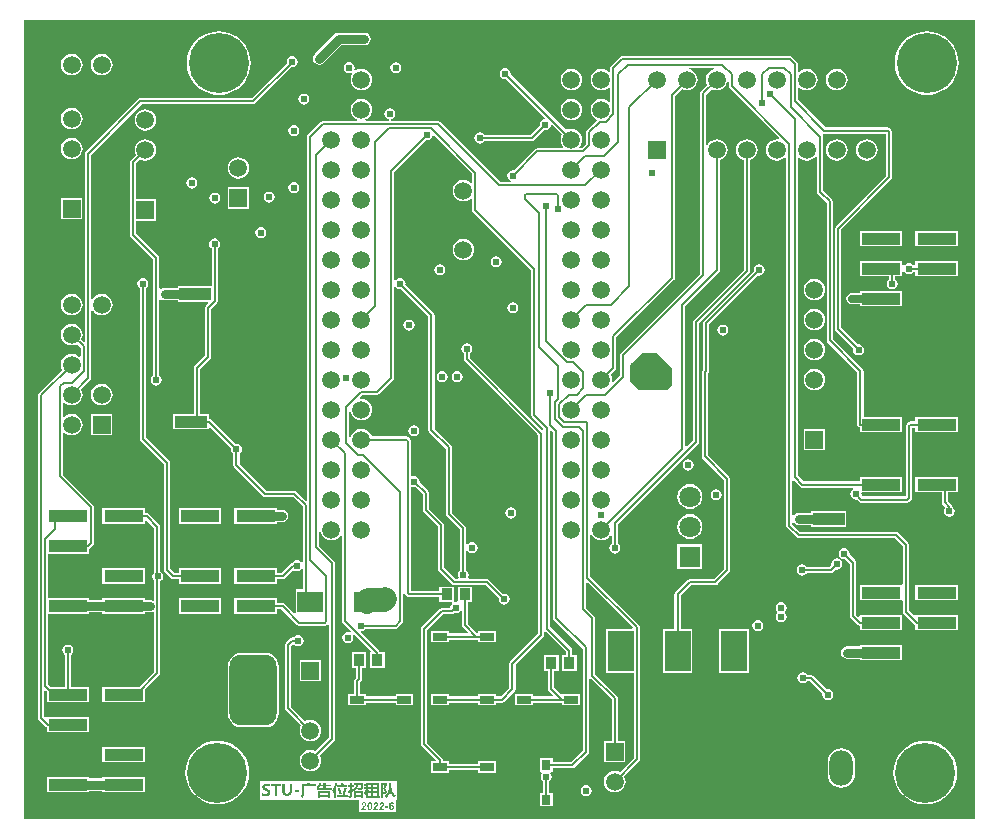
<source format=gtl>
G04*
G04 #@! TF.GenerationSoftware,Altium Limited,Altium Designer,20.0.13 (296)*
G04*
G04 Layer_Physical_Order=1*
G04 Layer_Color=255*
%FSLAX24Y24*%
%MOIN*%
G70*
G01*
G75*
%ADD17C,0.0080*%
%ADD22R,0.0366X0.0386*%
%ADD23R,0.0472X0.0276*%
%ADD24R,0.1299X0.0402*%
%ADD25R,0.1063X0.0394*%
%ADD26R,0.0866X0.0689*%
%ADD27R,0.0315X0.0335*%
%ADD46C,0.0300*%
%ADD47C,0.0250*%
%ADD48C,0.0800*%
%ADD49R,0.0591X0.0591*%
%ADD50C,0.0591*%
%ADD51R,0.0591X0.0591*%
%ADD52C,0.0230*%
%ADD53C,0.2000*%
G04:AMPARAMS|DCode=54|XSize=236.2mil|YSize=157.5mil|CornerRadius=39.4mil|HoleSize=0mil|Usage=FLASHONLY|Rotation=270.000|XOffset=0mil|YOffset=0mil|HoleType=Round|Shape=RoundedRectangle|*
%AMROUNDEDRECTD54*
21,1,0.2362,0.0787,0,0,270.0*
21,1,0.1575,0.1575,0,0,270.0*
1,1,0.0787,-0.0394,-0.0787*
1,1,0.0787,-0.0394,0.0787*
1,1,0.0787,0.0394,0.0787*
1,1,0.0787,0.0394,-0.0787*
%
%ADD54ROUNDEDRECTD54*%
%ADD55O,0.0787X0.1181*%
%ADD56R,0.0866X0.1378*%
%ADD57C,0.0709*%
%ADD58R,0.0709X0.0709*%
%ADD59C,0.0591*%
%ADD60R,0.0591X0.0591*%
%ADD61C,0.0240*%
G36*
X31650Y0D02*
X-50D01*
Y26650D01*
X31650D01*
Y0D01*
D02*
G37*
%LPC*%
G36*
X11300Y26214D02*
X10450D01*
X10368Y26198D01*
X10299Y26151D01*
X9649Y25501D01*
X9602Y25432D01*
X9586Y25350D01*
X9602Y25268D01*
X9649Y25199D01*
X9718Y25152D01*
X9800Y25136D01*
X9882Y25152D01*
X9951Y25199D01*
X10539Y25786D01*
X11300D01*
X11382Y25802D01*
X11451Y25849D01*
X11498Y25918D01*
X11514Y26000D01*
X11498Y26082D01*
X11451Y26151D01*
X11382Y26198D01*
X11300Y26214D01*
D02*
G37*
G36*
X8900Y25434D02*
X8830Y25420D01*
X8770Y25380D01*
X8730Y25320D01*
X8716Y25250D01*
X8726Y25201D01*
X7558Y24032D01*
X3840D01*
X3801Y24024D01*
X3768Y24002D01*
X2018Y22252D01*
X1996Y22219D01*
X1988Y22180D01*
Y15921D01*
X1942Y15902D01*
X1864Y15980D01*
X1896Y16057D01*
X1908Y16150D01*
X1896Y16243D01*
X1860Y16329D01*
X1803Y16403D01*
X1729Y16460D01*
X1643Y16496D01*
X1550Y16508D01*
X1457Y16496D01*
X1371Y16460D01*
X1297Y16403D01*
X1240Y16329D01*
X1204Y16243D01*
X1192Y16150D01*
X1204Y16057D01*
X1240Y15971D01*
X1297Y15897D01*
X1371Y15840D01*
X1457Y15804D01*
X1550Y15792D01*
X1643Y15804D01*
X1720Y15836D01*
X1843Y15712D01*
Y15427D01*
X1793Y15411D01*
X1729Y15460D01*
X1643Y15496D01*
X1550Y15508D01*
X1457Y15496D01*
X1371Y15460D01*
X1297Y15403D01*
X1240Y15329D01*
X1204Y15243D01*
X1192Y15150D01*
X1204Y15057D01*
X1236Y14980D01*
X458Y14202D01*
X436Y14169D01*
X428Y14130D01*
Y3380D01*
X436Y3341D01*
X458Y3308D01*
X688Y3078D01*
X715Y3060D01*
Y2889D01*
X2134D01*
Y3411D01*
X715D01*
Y3404D01*
X669Y3385D01*
X632Y3422D01*
Y4269D01*
X678Y4288D01*
X715Y4251D01*
Y3889D01*
X2134D01*
Y4411D01*
X1522D01*
Y5482D01*
X1550Y5500D01*
X1590Y5560D01*
X1604Y5630D01*
X1590Y5700D01*
X1550Y5760D01*
X1490Y5800D01*
X1420Y5814D01*
X1350Y5800D01*
X1290Y5760D01*
X1250Y5700D01*
X1236Y5630D01*
X1250Y5560D01*
X1290Y5500D01*
X1318Y5482D01*
Y4411D01*
X843D01*
X772Y4482D01*
Y6839D01*
X2134D01*
Y6886D01*
X2566D01*
Y6839D01*
X3985D01*
Y6886D01*
X4150D01*
X4232Y6902D01*
X4254Y6917D01*
X4298Y6893D01*
Y4912D01*
X3797Y4411D01*
X2566D01*
Y3889D01*
X3985D01*
Y4311D01*
X4472Y4798D01*
X4494Y4831D01*
X4502Y4870D01*
Y7927D01*
X4545Y7955D01*
X4585Y8015D01*
X4599Y8085D01*
X4585Y8155D01*
X4545Y8215D01*
X4502Y8243D01*
Y9750D01*
X4494Y9789D01*
X4472Y9822D01*
X4122Y10172D01*
X4089Y10194D01*
X4050Y10202D01*
X3985D01*
Y10361D01*
X2566D01*
Y9839D01*
X3985D01*
Y9950D01*
X4035Y9971D01*
X4298Y9708D01*
Y8223D01*
X4285Y8215D01*
X4245Y8155D01*
X4231Y8085D01*
X4245Y8015D01*
X4285Y7955D01*
X4298Y7947D01*
Y7307D01*
X4254Y7283D01*
X4232Y7298D01*
X4150Y7314D01*
X3985D01*
Y7361D01*
X2566D01*
Y7314D01*
X2134D01*
Y7361D01*
X772D01*
Y8839D01*
X2134D01*
Y9016D01*
X2152Y9028D01*
X2252Y9128D01*
X2274Y9161D01*
X2282Y9200D01*
Y10410D01*
X2274Y10449D01*
X2252Y10482D01*
X1252Y11482D01*
Y12881D01*
X1253Y12882D01*
X1302Y12893D01*
X1371Y12840D01*
X1457Y12804D01*
X1550Y12792D01*
X1643Y12804D01*
X1729Y12840D01*
X1803Y12897D01*
X1860Y12971D01*
X1896Y13057D01*
X1908Y13150D01*
X1896Y13243D01*
X1860Y13329D01*
X1803Y13403D01*
X1729Y13460D01*
X1643Y13496D01*
X1550Y13508D01*
X1457Y13496D01*
X1371Y13460D01*
X1302Y13407D01*
X1253Y13418D01*
X1252Y13419D01*
Y13881D01*
X1253Y13882D01*
X1302Y13893D01*
X1371Y13840D01*
X1457Y13804D01*
X1550Y13792D01*
X1643Y13804D01*
X1729Y13840D01*
X1803Y13897D01*
X1860Y13971D01*
X1896Y14057D01*
X1908Y14150D01*
X1896Y14243D01*
X1864Y14320D01*
X2162Y14618D01*
X2184Y14651D01*
X2192Y14690D01*
Y16943D01*
X2237Y16968D01*
X2242Y16968D01*
X2297Y16897D01*
X2371Y16840D01*
X2457Y16804D01*
X2550Y16792D01*
X2643Y16804D01*
X2729Y16840D01*
X2803Y16897D01*
X2860Y16971D01*
X2896Y17057D01*
X2908Y17150D01*
X2896Y17243D01*
X2860Y17329D01*
X2803Y17403D01*
X2729Y17460D01*
X2643Y17496D01*
X2550Y17508D01*
X2457Y17496D01*
X2371Y17460D01*
X2297Y17403D01*
X2242Y17332D01*
X2237Y17332D01*
X2192Y17357D01*
Y22138D01*
X3882Y23828D01*
X7600D01*
X7639Y23836D01*
X7672Y23858D01*
X8884Y25070D01*
X8900Y25066D01*
X8970Y25080D01*
X9030Y25120D01*
X9070Y25180D01*
X9084Y25250D01*
X9070Y25320D01*
X9030Y25380D01*
X8970Y25420D01*
X8900Y25434D01*
D02*
G37*
G36*
X25480Y25442D02*
X19900D01*
X19861Y25434D01*
X19828Y25412D01*
X19528Y25112D01*
X19506Y25079D01*
X19498Y25040D01*
Y24919D01*
X19497Y24918D01*
X19448Y24907D01*
X19379Y24960D01*
X19293Y24996D01*
X19200Y25008D01*
X19107Y24996D01*
X19021Y24960D01*
X18947Y24903D01*
X18890Y24829D01*
X18854Y24743D01*
X18842Y24650D01*
X18854Y24557D01*
X18890Y24471D01*
X18947Y24397D01*
X19021Y24340D01*
X19107Y24304D01*
X19200Y24292D01*
X19293Y24304D01*
X19379Y24340D01*
X19448Y24393D01*
X19497Y24382D01*
X19498Y24381D01*
Y23919D01*
X19497Y23918D01*
X19448Y23907D01*
X19379Y23960D01*
X19293Y23996D01*
X19200Y24008D01*
X19107Y23996D01*
X19021Y23960D01*
X18947Y23903D01*
X18890Y23829D01*
X18854Y23743D01*
X18842Y23650D01*
X18854Y23557D01*
X18890Y23471D01*
X18947Y23397D01*
X19021Y23340D01*
X19032Y23335D01*
X19042Y23286D01*
X18728Y22972D01*
X18706Y22939D01*
X18698Y22900D01*
Y22497D01*
X18558Y22357D01*
X18477D01*
X18461Y22407D01*
X18510Y22471D01*
X18546Y22557D01*
X18558Y22650D01*
X18546Y22743D01*
X18510Y22829D01*
X18453Y22903D01*
X18379Y22960D01*
X18293Y22996D01*
X18200Y23008D01*
X18107Y22996D01*
X18030Y22964D01*
X16177Y24817D01*
X16184Y24850D01*
X16170Y24920D01*
X16130Y24980D01*
X16070Y25020D01*
X16000Y25034D01*
X15930Y25020D01*
X15870Y24980D01*
X15830Y24920D01*
X15816Y24850D01*
X15830Y24780D01*
X15870Y24720D01*
X15930Y24680D01*
X16000Y24666D01*
X16033Y24673D01*
X17324Y23381D01*
X17308Y23327D01*
X17270Y23320D01*
X17210Y23280D01*
X17170Y23220D01*
X17156Y23150D01*
X17163Y23117D01*
X16848Y22802D01*
X15298D01*
X15280Y22830D01*
X15220Y22870D01*
X15150Y22884D01*
X15080Y22870D01*
X15020Y22830D01*
X14980Y22770D01*
X14966Y22700D01*
X14980Y22630D01*
X15020Y22570D01*
X15080Y22530D01*
X15150Y22516D01*
X15220Y22530D01*
X15280Y22570D01*
X15298Y22598D01*
X16890D01*
X16929Y22606D01*
X16962Y22628D01*
X17307Y22973D01*
X17340Y22966D01*
X17410Y22980D01*
X17470Y23020D01*
X17510Y23080D01*
X17517Y23118D01*
X17571Y23134D01*
X17886Y22820D01*
X17854Y22743D01*
X17842Y22650D01*
X17854Y22557D01*
X17890Y22471D01*
X17939Y22407D01*
X17923Y22357D01*
X17055D01*
X17016Y22349D01*
X16983Y22327D01*
X16280Y21624D01*
X16247Y21630D01*
X16177Y21616D01*
X16117Y21577D01*
X16077Y21517D01*
X16063Y21447D01*
X16077Y21377D01*
X16117Y21317D01*
X16177Y21277D01*
X16203Y21272D01*
X16198Y21222D01*
X15842D01*
X13822Y23242D01*
X13789Y23264D01*
X13750Y23272D01*
X12183D01*
X12178Y23322D01*
X12220Y23330D01*
X12280Y23370D01*
X12320Y23430D01*
X12334Y23500D01*
X12320Y23570D01*
X12280Y23630D01*
X12220Y23670D01*
X12150Y23684D01*
X12080Y23670D01*
X12020Y23630D01*
X11980Y23570D01*
X11966Y23500D01*
X11980Y23430D01*
X12020Y23370D01*
X12080Y23330D01*
X12122Y23322D01*
X12118Y23272D01*
X11346D01*
X11336Y23322D01*
X11379Y23340D01*
X11453Y23397D01*
X11510Y23471D01*
X11546Y23557D01*
X11558Y23650D01*
X11546Y23743D01*
X11510Y23829D01*
X11453Y23903D01*
X11379Y23960D01*
X11293Y23996D01*
X11200Y24008D01*
X11107Y23996D01*
X11021Y23960D01*
X10947Y23903D01*
X10890Y23829D01*
X10854Y23743D01*
X10842Y23650D01*
X10854Y23557D01*
X10890Y23471D01*
X10947Y23397D01*
X11021Y23340D01*
X11064Y23322D01*
X11054Y23272D01*
X9920D01*
X9881Y23264D01*
X9848Y23242D01*
X9428Y22822D01*
X9406Y22789D01*
X9398Y22750D01*
Y10621D01*
X9352Y10602D01*
X9042Y10912D01*
X9009Y10934D01*
X8970Y10942D01*
X8042D01*
X7162Y11822D01*
X7153Y11828D01*
X7142Y11839D01*
Y12182D01*
X7170Y12200D01*
X7210Y12260D01*
X7224Y12330D01*
X7210Y12400D01*
X7170Y12460D01*
X7110Y12500D01*
X7040Y12514D01*
X7007Y12507D01*
X6192Y13322D01*
X6159Y13344D01*
X6120Y13352D01*
X6110D01*
Y13507D01*
X5832D01*
Y15008D01*
X6152Y15328D01*
X6174Y15361D01*
X6182Y15400D01*
Y16998D01*
X6382Y17198D01*
X6404Y17231D01*
X6412Y17270D01*
Y19022D01*
X6440Y19040D01*
X6480Y19100D01*
X6494Y19170D01*
X6480Y19240D01*
X6440Y19300D01*
X6380Y19340D01*
X6310Y19354D01*
X6240Y19340D01*
X6180Y19300D01*
X6140Y19240D01*
X6126Y19170D01*
X6140Y19100D01*
X6180Y19040D01*
X6208Y19022D01*
Y17757D01*
X5077D01*
Y17714D01*
X4650D01*
X4568Y17698D01*
X4522Y17667D01*
X4472Y17694D01*
Y18690D01*
X4464Y18729D01*
X4442Y18762D01*
X3702Y19502D01*
Y19945D01*
X4355D01*
Y20655D01*
X3702D01*
Y21858D01*
X3830Y21986D01*
X3907Y21954D01*
X4000Y21942D01*
X4093Y21954D01*
X4179Y21990D01*
X4253Y22047D01*
X4310Y22121D01*
X4346Y22207D01*
X4358Y22300D01*
X4346Y22393D01*
X4310Y22479D01*
X4253Y22553D01*
X4179Y22610D01*
X4093Y22646D01*
X4000Y22658D01*
X3907Y22646D01*
X3821Y22610D01*
X3747Y22553D01*
X3690Y22479D01*
X3654Y22393D01*
X3642Y22300D01*
X3654Y22207D01*
X3686Y22130D01*
X3528Y21972D01*
X3506Y21939D01*
X3498Y21900D01*
Y19460D01*
X3506Y19421D01*
X3528Y19388D01*
X4268Y18648D01*
Y14782D01*
X4240Y14763D01*
X4200Y14704D01*
X4186Y14634D01*
X4200Y14563D01*
X4240Y14504D01*
X4300Y14464D01*
X4370Y14450D01*
X4440Y14464D01*
X4500Y14504D01*
X4540Y14563D01*
X4554Y14634D01*
X4540Y14704D01*
X4500Y14763D01*
X4472Y14782D01*
Y17306D01*
X4522Y17333D01*
X4568Y17302D01*
X4650Y17286D01*
X5077D01*
Y17243D01*
X6074D01*
X6093Y17197D01*
X6008Y17112D01*
X5986Y17079D01*
X5978Y17040D01*
Y15442D01*
X5658Y15122D01*
X5636Y15089D01*
X5628Y15050D01*
Y13507D01*
X4927D01*
Y12993D01*
X6110D01*
Y13050D01*
X6157Y13069D01*
X6863Y12363D01*
X6856Y12330D01*
X6870Y12260D01*
X6910Y12200D01*
X6938Y12182D01*
Y11797D01*
X6946Y11758D01*
X6968Y11725D01*
X7015Y11678D01*
X7024Y11672D01*
X7928Y10768D01*
X7961Y10746D01*
X8000Y10738D01*
X8928D01*
X9248Y10418D01*
Y8568D01*
X9198Y8552D01*
X9180Y8580D01*
X9120Y8620D01*
X9050Y8634D01*
X8980Y8620D01*
X8920Y8580D01*
X8897Y8545D01*
X8893Y8544D01*
X8860Y8522D01*
X8540Y8202D01*
X8385D01*
Y8361D01*
X6966D01*
Y7839D01*
X8385D01*
Y7998D01*
X8582D01*
X8621Y8006D01*
X8654Y8028D01*
X8936Y8310D01*
X8980Y8280D01*
X9050Y8266D01*
X9120Y8280D01*
X9180Y8320D01*
X9198Y8348D01*
X9248Y8332D01*
Y7654D01*
X9012D01*
Y6883D01*
X8962Y6862D01*
X8652Y7172D01*
X8619Y7194D01*
X8580Y7202D01*
X8385D01*
Y7361D01*
X6966D01*
Y6839D01*
X8385D01*
Y6998D01*
X8538D01*
X9058Y6478D01*
X9091Y6456D01*
X9130Y6448D01*
X9993D01*
X10032Y6456D01*
X10065Y6478D01*
X10068Y6481D01*
X10118Y6460D01*
Y2712D01*
X9670Y2264D01*
X9593Y2296D01*
X9500Y2308D01*
X9407Y2296D01*
X9321Y2260D01*
X9247Y2203D01*
X9190Y2129D01*
X9154Y2043D01*
X9142Y1950D01*
X9154Y1857D01*
X9190Y1771D01*
X9247Y1697D01*
X9321Y1640D01*
X9407Y1604D01*
X9500Y1592D01*
X9593Y1604D01*
X9679Y1640D01*
X9753Y1697D01*
X9810Y1771D01*
X9846Y1857D01*
X9858Y1950D01*
X9846Y2043D01*
X9814Y2120D01*
X10292Y2598D01*
X10314Y2631D01*
X10322Y2670D01*
Y8540D01*
X10314Y8579D01*
X10292Y8612D01*
X9802Y9102D01*
Y9568D01*
X9852Y9572D01*
X9854Y9557D01*
X9890Y9471D01*
X9947Y9397D01*
X10021Y9340D01*
X10107Y9304D01*
X10200Y9292D01*
X10293Y9304D01*
X10379Y9340D01*
X10453Y9397D01*
X10510Y9471D01*
X10513Y9477D01*
X10563Y9467D01*
Y6594D01*
X10571Y6555D01*
X10593Y6522D01*
X10865Y6250D01*
X10834Y6211D01*
X10820Y6220D01*
X10750Y6234D01*
X10680Y6220D01*
X10620Y6180D01*
X10580Y6120D01*
X10566Y6050D01*
X10580Y5980D01*
X10620Y5920D01*
X10680Y5880D01*
X10750Y5866D01*
X10820Y5880D01*
X10880Y5920D01*
X10920Y5980D01*
X10934Y6050D01*
X10920Y6120D01*
X10911Y6134D01*
X10950Y6165D01*
X11516Y5599D01*
X11497Y5553D01*
X11490D01*
Y5047D01*
X11976D01*
Y5553D01*
X11830D01*
X11827Y5565D01*
X11805Y5598D01*
X11185Y6219D01*
X11194Y6246D01*
X11206Y6268D01*
X11270Y6280D01*
X11330Y6320D01*
X11348Y6348D01*
X12350D01*
X12389Y6356D01*
X12422Y6378D01*
X12572Y6528D01*
X12594Y6561D01*
X12602Y6600D01*
Y7512D01*
X12652Y7517D01*
X12656Y7498D01*
X12678Y7465D01*
X12725Y7418D01*
X12758Y7396D01*
X12797Y7388D01*
X13804D01*
Y7237D01*
X14216D01*
X14231Y7187D01*
X14220Y7180D01*
X14180Y7120D01*
X14166Y7050D01*
X14154Y7035D01*
X13883D01*
X13844Y7027D01*
X13811Y7005D01*
X13228Y6422D01*
X13206Y6389D01*
X13198Y6350D01*
Y2500D01*
X13206Y2461D01*
X13228Y2428D01*
X13675Y1981D01*
X13655Y1931D01*
X13529D01*
Y1535D01*
X14121D01*
Y1631D01*
X15104D01*
Y1535D01*
X15696D01*
Y1931D01*
X15104D01*
Y1835D01*
X14121D01*
Y1931D01*
X13927D01*
Y1975D01*
X13919Y2014D01*
X13897Y2047D01*
X13402Y2543D01*
Y6308D01*
X13925Y6831D01*
X14233D01*
X14272Y6838D01*
X14305Y6861D01*
X14317Y6873D01*
X14350Y6866D01*
X14420Y6880D01*
X14480Y6920D01*
X14501Y6952D01*
X14551Y6937D01*
Y6470D01*
X14559Y6431D01*
X14581Y6398D01*
X14748Y6231D01*
X14729Y6185D01*
X14121D01*
Y6281D01*
X13529D01*
Y5885D01*
X14121D01*
Y5981D01*
X15104D01*
Y5885D01*
X15696D01*
Y6281D01*
X15104D01*
Y6234D01*
X15054Y6213D01*
X14755Y6512D01*
Y7237D01*
X14896D01*
Y7743D01*
X14410D01*
Y7273D01*
X14363Y7231D01*
X14350Y7234D01*
X14337Y7231D01*
X14290Y7273D01*
Y7743D01*
X13804D01*
Y7592D01*
X12852D01*
Y11055D01*
X12893Y11081D01*
X12902Y11080D01*
X12970Y11066D01*
X13003Y11073D01*
X13248Y10828D01*
Y10300D01*
X13256Y10261D01*
X13278Y10228D01*
X13748Y9758D01*
Y8350D01*
X13756Y8311D01*
X13778Y8278D01*
X14228Y7828D01*
X14261Y7806D01*
X14300Y7798D01*
X15348D01*
X15783Y7363D01*
X15776Y7330D01*
X15790Y7260D01*
X15830Y7200D01*
X15890Y7160D01*
X15960Y7146D01*
X16030Y7160D01*
X16090Y7200D01*
X16130Y7260D01*
X16144Y7330D01*
X16130Y7400D01*
X16090Y7460D01*
X16030Y7500D01*
X15960Y7514D01*
X15927Y7507D01*
X15462Y7972D01*
X15429Y7994D01*
X15390Y8002D01*
X14778D01*
X14751Y8052D01*
X14770Y8080D01*
X14784Y8150D01*
X14770Y8220D01*
X14730Y8280D01*
X14702Y8298D01*
Y8932D01*
X14752Y8948D01*
X14770Y8920D01*
X14830Y8880D01*
X14900Y8866D01*
X14970Y8880D01*
X15030Y8920D01*
X15070Y8980D01*
X15084Y9050D01*
X15070Y9120D01*
X15030Y9180D01*
X14970Y9220D01*
X14900Y9234D01*
X14830Y9220D01*
X14770Y9180D01*
X14752Y9152D01*
X14702Y9168D01*
Y9690D01*
X14694Y9729D01*
X14672Y9762D01*
X14222Y10212D01*
Y12390D01*
X14214Y12429D01*
X14192Y12462D01*
X13642Y13012D01*
Y16800D01*
X13634Y16839D01*
X13612Y16872D01*
X12667Y17817D01*
X12674Y17850D01*
X12660Y17920D01*
X12620Y17980D01*
X12560Y18020D01*
X12490Y18034D01*
X12420Y18020D01*
X12360Y17980D01*
X12342Y17952D01*
X12292Y17968D01*
Y21568D01*
X13357Y22633D01*
X13390Y22626D01*
X13460Y22640D01*
X13520Y22680D01*
X13560Y22740D01*
X13565Y22770D01*
X13620Y22786D01*
X14898Y21508D01*
Y21219D01*
X14897Y21218D01*
X14848Y21207D01*
X14779Y21260D01*
X14693Y21296D01*
X14600Y21308D01*
X14507Y21296D01*
X14421Y21260D01*
X14347Y21203D01*
X14290Y21129D01*
X14254Y21043D01*
X14242Y20950D01*
X14254Y20857D01*
X14290Y20771D01*
X14347Y20697D01*
X14421Y20640D01*
X14507Y20604D01*
X14600Y20592D01*
X14693Y20604D01*
X14779Y20640D01*
X14848Y20693D01*
X14897Y20682D01*
X14898Y20681D01*
Y20310D01*
X14906Y20271D01*
X14928Y20238D01*
X16868Y18298D01*
Y13470D01*
X16876Y13431D01*
X16898Y13398D01*
X17283Y13013D01*
X17279Y12986D01*
X17226Y12968D01*
X14822Y15372D01*
Y15522D01*
X14850Y15540D01*
X14890Y15600D01*
X14904Y15670D01*
X14890Y15740D01*
X14850Y15800D01*
X14790Y15840D01*
X14720Y15854D01*
X14650Y15840D01*
X14590Y15800D01*
X14550Y15740D01*
X14536Y15670D01*
X14550Y15600D01*
X14590Y15540D01*
X14618Y15522D01*
Y15330D01*
X14626Y15291D01*
X14648Y15258D01*
X17098Y12808D01*
Y6182D01*
X16168Y5252D01*
X16146Y5219D01*
X16138Y5180D01*
Y4382D01*
X15841Y4085D01*
X15696D01*
Y4181D01*
X15104D01*
Y4085D01*
X14121D01*
Y4181D01*
X13529D01*
Y3785D01*
X14121D01*
Y3881D01*
X15104D01*
Y3785D01*
X15696D01*
Y3881D01*
X15883D01*
X15922Y3889D01*
X15955Y3911D01*
X16312Y4268D01*
X16334Y4301D01*
X16342Y4340D01*
Y5138D01*
X17272Y6068D01*
X17294Y6101D01*
X17302Y6140D01*
Y6233D01*
X17352Y6254D01*
X18035Y5570D01*
Y5453D01*
X17894D01*
Y4947D01*
X18381D01*
Y5453D01*
X18239D01*
Y5613D01*
X18232Y5652D01*
X18210Y5685D01*
X17502Y6392D01*
Y12928D01*
X17548Y12947D01*
X17598Y12897D01*
Y6710D01*
X17606Y6671D01*
X17628Y6638D01*
X18588Y5678D01*
Y2292D01*
X18198Y1902D01*
X17578D01*
Y2027D01*
X17143D01*
Y1573D01*
X17196D01*
X17219Y1523D01*
X17191Y1480D01*
X17177Y1410D01*
X17191Y1340D01*
X17230Y1280D01*
X17258Y1262D01*
Y877D01*
X17143D01*
Y423D01*
X17578D01*
Y877D01*
X17462D01*
Y1262D01*
X17490Y1280D01*
X17530Y1340D01*
X17544Y1410D01*
X17530Y1480D01*
X17501Y1523D01*
X17524Y1573D01*
X17578D01*
Y1698D01*
X18240D01*
X18279Y1706D01*
X18312Y1728D01*
X18762Y2178D01*
X18784Y2211D01*
X18792Y2250D01*
Y4674D01*
X18842Y4694D01*
X19548Y3988D01*
Y2605D01*
X19295D01*
Y1895D01*
X20005D01*
Y2605D01*
X19752D01*
Y4030D01*
X19744Y4069D01*
X19722Y4102D01*
X19002Y4822D01*
Y6700D01*
X18994Y6739D01*
X18972Y6772D01*
X18697Y7047D01*
Y7873D01*
X18743Y7892D01*
X20241Y6395D01*
X20222Y6349D01*
X19358D01*
Y4851D01*
X20288D01*
Y2032D01*
X19820Y1564D01*
X19743Y1596D01*
X19650Y1608D01*
X19557Y1596D01*
X19471Y1560D01*
X19397Y1503D01*
X19340Y1429D01*
X19304Y1343D01*
X19292Y1250D01*
X19304Y1157D01*
X19340Y1071D01*
X19397Y997D01*
X19471Y940D01*
X19557Y904D01*
X19650Y892D01*
X19743Y904D01*
X19829Y940D01*
X19903Y997D01*
X19960Y1071D01*
X19996Y1157D01*
X20008Y1250D01*
X19996Y1343D01*
X19964Y1420D01*
X20462Y1918D01*
X20484Y1951D01*
X20492Y1990D01*
Y6390D01*
X20484Y6429D01*
X20462Y6462D01*
X18837Y8087D01*
Y9467D01*
X18887Y9477D01*
X18890Y9471D01*
X18947Y9397D01*
X19021Y9340D01*
X19107Y9304D01*
X19200Y9292D01*
X19293Y9304D01*
X19379Y9340D01*
X19453Y9397D01*
X19498Y9455D01*
X19548Y9438D01*
Y9178D01*
X19520Y9160D01*
X19480Y9100D01*
X19466Y9030D01*
X19480Y8960D01*
X19520Y8900D01*
X19580Y8860D01*
X19650Y8846D01*
X19720Y8860D01*
X19780Y8900D01*
X19820Y8960D01*
X19834Y9030D01*
X19820Y9100D01*
X19780Y9160D01*
X19752Y9178D01*
Y9838D01*
X22422Y12508D01*
X22444Y12541D01*
X22452Y12580D01*
Y16518D01*
X24122Y18188D01*
X24144Y18221D01*
X24152Y18260D01*
Y21958D01*
X24229Y21990D01*
X24303Y22047D01*
X24360Y22121D01*
X24396Y22207D01*
X24408Y22300D01*
X24396Y22393D01*
X24360Y22479D01*
X24303Y22553D01*
X24229Y22610D01*
X24143Y22646D01*
X24050Y22658D01*
X23957Y22646D01*
X23871Y22610D01*
X23797Y22553D01*
X23740Y22479D01*
X23704Y22393D01*
X23692Y22300D01*
X23704Y22207D01*
X23740Y22121D01*
X23797Y22047D01*
X23871Y21990D01*
X23948Y21958D01*
Y18302D01*
X22278Y16632D01*
X22256Y16599D01*
X22248Y16560D01*
Y12622D01*
X22046Y12420D01*
X22000Y12439D01*
Y17096D01*
X23122Y18218D01*
X23144Y18251D01*
X23152Y18290D01*
Y21958D01*
X23229Y21990D01*
X23303Y22047D01*
X23360Y22121D01*
X23396Y22207D01*
X23408Y22300D01*
X23396Y22393D01*
X23360Y22479D01*
X23303Y22553D01*
X23229Y22610D01*
X23143Y22646D01*
X23050Y22658D01*
X22957Y22646D01*
X22871Y22610D01*
X22797Y22553D01*
X22742Y22482D01*
X22737Y22482D01*
X22692Y22507D01*
Y24148D01*
X22880Y24336D01*
X22957Y24304D01*
X23050Y24292D01*
X23143Y24304D01*
X23229Y24340D01*
X23303Y24397D01*
X23360Y24471D01*
X23396Y24557D01*
X23398Y24572D01*
X23448Y24568D01*
Y24430D01*
X23456Y24391D01*
X23478Y24358D01*
X25139Y22697D01*
X25115Y22650D01*
X25050Y22658D01*
X24957Y22646D01*
X24871Y22610D01*
X24797Y22553D01*
X24740Y22479D01*
X24704Y22393D01*
X24692Y22300D01*
X24704Y22207D01*
X24740Y22121D01*
X24797Y22047D01*
X24871Y21990D01*
X24957Y21954D01*
X25050Y21942D01*
X25143Y21954D01*
X25229Y21990D01*
X25303Y22047D01*
X25318Y22066D01*
X25368Y22049D01*
Y9780D01*
X25376Y9741D01*
X25398Y9708D01*
X25718Y9388D01*
X25751Y9366D01*
X25790Y9358D01*
X28998D01*
X29258Y9098D01*
Y7851D01*
X29234Y7811D01*
X29208Y7811D01*
X27815D01*
Y7289D01*
X29208D01*
X29234Y7289D01*
X29258Y7249D01*
Y6900D01*
X29266Y6861D01*
X29288Y6828D01*
X29638Y6478D01*
X29666Y6459D01*
Y6289D01*
X31085D01*
Y6811D01*
X29666D01*
Y6804D01*
X29619Y6785D01*
X29462Y6942D01*
Y9140D01*
X29454Y9179D01*
X29432Y9212D01*
X29112Y9532D01*
X29079Y9554D01*
X29040Y9562D01*
X25832D01*
X25572Y9822D01*
Y9873D01*
X25622Y9888D01*
X25649Y9849D01*
X25718Y9802D01*
X25800Y9786D01*
X26190D01*
Y9743D01*
X27373D01*
Y10257D01*
X26190D01*
Y10214D01*
X25800D01*
X25718Y10198D01*
X25649Y10151D01*
X25622Y10112D01*
X25572Y10127D01*
Y11263D01*
X25622Y11284D01*
X25828Y11078D01*
X25861Y11056D01*
X25900Y11048D01*
X27601D01*
X27618Y11002D01*
X27617Y10998D01*
X27560Y10960D01*
X27520Y10900D01*
X27506Y10830D01*
X27520Y10760D01*
X27560Y10700D01*
X27620Y10660D01*
X27690Y10646D01*
X27723Y10653D01*
X27798Y10578D01*
X27831Y10556D01*
X27870Y10548D01*
X29403D01*
X29442Y10556D01*
X29475Y10578D01*
X29522Y10625D01*
X29544Y10658D01*
X29552Y10697D01*
Y13048D01*
X29666D01*
Y12889D01*
X31085D01*
Y13411D01*
X29666D01*
Y13252D01*
X29497D01*
X29458Y13244D01*
X29425Y13222D01*
X29378Y13175D01*
X29356Y13142D01*
X29348Y13103D01*
Y10752D01*
X27912D01*
X27867Y10797D01*
X27874Y10830D01*
X27869Y10851D01*
X27901Y10889D01*
X29234D01*
Y11411D01*
X27815D01*
Y11252D01*
X25942D01*
X25752Y11442D01*
Y22031D01*
X25753Y22032D01*
X25802Y22043D01*
X25871Y21990D01*
X25957Y21954D01*
X26050Y21942D01*
X26143Y21954D01*
X26229Y21990D01*
X26303Y22047D01*
X26348Y22105D01*
X26398Y22088D01*
Y20900D01*
X26406Y20861D01*
X26428Y20828D01*
X26708Y20548D01*
Y15960D01*
X26716Y15921D01*
X26738Y15888D01*
X27738Y14888D01*
Y13150D01*
X27746Y13111D01*
X27768Y13078D01*
X27801Y13056D01*
X27815Y13053D01*
Y12889D01*
X29234D01*
Y13411D01*
X27942D01*
Y14930D01*
X27934Y14969D01*
X27912Y15002D01*
X26912Y16002D01*
Y20590D01*
X26904Y20629D01*
X26882Y20662D01*
X26602Y20942D01*
Y22750D01*
X26594Y22789D01*
X26578Y22813D01*
X26589Y22835D01*
X26598Y22845D01*
X26609Y22854D01*
X26640Y22848D01*
X28698D01*
Y21439D01*
X27008Y19749D01*
X26986Y19716D01*
X26978Y19677D01*
Y16336D01*
X26986Y16297D01*
X27008Y16264D01*
X27599Y15673D01*
X27592Y15640D01*
X27606Y15570D01*
X27646Y15510D01*
X27706Y15470D01*
X27776Y15456D01*
X27846Y15470D01*
X27906Y15510D01*
X27946Y15570D01*
X27960Y15640D01*
X27946Y15710D01*
X27906Y15770D01*
X27846Y15810D01*
X27776Y15824D01*
X27743Y15817D01*
X27182Y16378D01*
Y19635D01*
X28872Y21325D01*
X28894Y21358D01*
X28902Y21397D01*
Y22903D01*
X28894Y22942D01*
X28872Y22975D01*
X28825Y23022D01*
X28792Y23044D01*
X28753Y23052D01*
X26682D01*
X25752Y23982D01*
Y24381D01*
X25753Y24382D01*
X25802Y24393D01*
X25871Y24340D01*
X25957Y24304D01*
X26050Y24292D01*
X26143Y24304D01*
X26229Y24340D01*
X26303Y24397D01*
X26360Y24471D01*
X26396Y24557D01*
X26408Y24650D01*
X26396Y24743D01*
X26360Y24829D01*
X26303Y24903D01*
X26229Y24960D01*
X26143Y24996D01*
X26050Y25008D01*
X25957Y24996D01*
X25871Y24960D01*
X25802Y24907D01*
X25753Y24918D01*
X25752Y24919D01*
Y25170D01*
X25744Y25209D01*
X25722Y25242D01*
X25552Y25412D01*
X25519Y25434D01*
X25480Y25442D01*
D02*
G37*
G36*
X12347Y25230D02*
X12277Y25216D01*
X12217Y25177D01*
X12177Y25117D01*
X12163Y25047D01*
X12177Y24977D01*
X12217Y24917D01*
X12277Y24877D01*
X12347Y24863D01*
X12417Y24877D01*
X12477Y24917D01*
X12516Y24977D01*
X12530Y25047D01*
X12516Y25117D01*
X12477Y25177D01*
X12417Y25216D01*
X12347Y25230D01*
D02*
G37*
G36*
X2550Y25508D02*
X2457Y25496D01*
X2371Y25460D01*
X2297Y25403D01*
X2240Y25329D01*
X2204Y25243D01*
X2192Y25150D01*
X2204Y25057D01*
X2240Y24971D01*
X2297Y24897D01*
X2371Y24840D01*
X2457Y24804D01*
X2550Y24792D01*
X2643Y24804D01*
X2729Y24840D01*
X2803Y24897D01*
X2860Y24971D01*
X2896Y25057D01*
X2908Y25150D01*
X2896Y25243D01*
X2860Y25329D01*
X2803Y25403D01*
X2729Y25460D01*
X2643Y25496D01*
X2550Y25508D01*
D02*
G37*
G36*
X1550D02*
X1457Y25496D01*
X1371Y25460D01*
X1297Y25403D01*
X1240Y25329D01*
X1204Y25243D01*
X1192Y25150D01*
X1204Y25057D01*
X1240Y24971D01*
X1297Y24897D01*
X1371Y24840D01*
X1457Y24804D01*
X1550Y24792D01*
X1643Y24804D01*
X1729Y24840D01*
X1803Y24897D01*
X1860Y24971D01*
X1896Y25057D01*
X1908Y25150D01*
X1896Y25243D01*
X1860Y25329D01*
X1803Y25403D01*
X1729Y25460D01*
X1643Y25496D01*
X1550Y25508D01*
D02*
G37*
G36*
X27050Y25008D02*
X26957Y24996D01*
X26871Y24960D01*
X26797Y24903D01*
X26740Y24829D01*
X26704Y24743D01*
X26692Y24650D01*
X26704Y24557D01*
X26740Y24471D01*
X26797Y24397D01*
X26871Y24340D01*
X26957Y24304D01*
X27050Y24292D01*
X27143Y24304D01*
X27229Y24340D01*
X27303Y24397D01*
X27360Y24471D01*
X27396Y24557D01*
X27408Y24650D01*
X27396Y24743D01*
X27360Y24829D01*
X27303Y24903D01*
X27229Y24960D01*
X27143Y24996D01*
X27050Y25008D01*
D02*
G37*
G36*
X18200D02*
X18107Y24996D01*
X18021Y24960D01*
X17947Y24903D01*
X17890Y24829D01*
X17854Y24743D01*
X17842Y24650D01*
X17854Y24557D01*
X17890Y24471D01*
X17947Y24397D01*
X18021Y24340D01*
X18107Y24304D01*
X18200Y24292D01*
X18293Y24304D01*
X18379Y24340D01*
X18453Y24397D01*
X18510Y24471D01*
X18546Y24557D01*
X18558Y24650D01*
X18546Y24743D01*
X18510Y24829D01*
X18453Y24903D01*
X18379Y24960D01*
X18293Y24996D01*
X18200Y25008D01*
D02*
G37*
G36*
X10800Y25234D02*
X10730Y25220D01*
X10670Y25180D01*
X10630Y25120D01*
X10616Y25050D01*
X10630Y24980D01*
X10670Y24920D01*
X10730Y24880D01*
X10800Y24866D01*
X10865Y24879D01*
X10878Y24869D01*
X10897Y24839D01*
X10890Y24829D01*
X10854Y24743D01*
X10842Y24650D01*
X10854Y24557D01*
X10890Y24471D01*
X10947Y24397D01*
X11021Y24340D01*
X11107Y24304D01*
X11200Y24292D01*
X11293Y24304D01*
X11379Y24340D01*
X11453Y24397D01*
X11510Y24471D01*
X11546Y24557D01*
X11558Y24650D01*
X11546Y24743D01*
X11510Y24829D01*
X11453Y24903D01*
X11379Y24960D01*
X11293Y24996D01*
X11200Y25008D01*
X11107Y24996D01*
X11021Y24960D01*
X11011Y24953D01*
X10981Y24972D01*
X10971Y24985D01*
X10984Y25050D01*
X10970Y25120D01*
X10930Y25180D01*
X10870Y25220D01*
X10800Y25234D01*
D02*
G37*
G36*
X30050Y26263D02*
X29884Y26250D01*
X29721Y26211D01*
X29567Y26147D01*
X29425Y26060D01*
X29298Y25952D01*
X29190Y25825D01*
X29103Y25683D01*
X29039Y25529D01*
X29000Y25366D01*
X28987Y25200D01*
X29000Y25034D01*
X29039Y24871D01*
X29103Y24717D01*
X29190Y24575D01*
X29298Y24448D01*
X29425Y24340D01*
X29567Y24253D01*
X29721Y24189D01*
X29884Y24150D01*
X30050Y24137D01*
X30216Y24150D01*
X30379Y24189D01*
X30533Y24253D01*
X30675Y24340D01*
X30802Y24448D01*
X30910Y24575D01*
X30997Y24717D01*
X31061Y24871D01*
X31100Y25034D01*
X31113Y25200D01*
X31100Y25366D01*
X31061Y25529D01*
X30997Y25683D01*
X30910Y25825D01*
X30802Y25952D01*
X30675Y26060D01*
X30533Y26147D01*
X30379Y26211D01*
X30216Y26250D01*
X30050Y26263D01*
D02*
G37*
G36*
X6450D02*
X6284Y26250D01*
X6121Y26211D01*
X5967Y26147D01*
X5825Y26060D01*
X5698Y25952D01*
X5590Y25825D01*
X5503Y25683D01*
X5439Y25529D01*
X5400Y25366D01*
X5387Y25200D01*
X5400Y25034D01*
X5439Y24871D01*
X5503Y24717D01*
X5590Y24575D01*
X5698Y24448D01*
X5825Y24340D01*
X5967Y24253D01*
X6121Y24189D01*
X6284Y24150D01*
X6450Y24137D01*
X6616Y24150D01*
X6779Y24189D01*
X6933Y24253D01*
X7075Y24340D01*
X7202Y24448D01*
X7310Y24575D01*
X7397Y24717D01*
X7461Y24871D01*
X7500Y25034D01*
X7513Y25200D01*
X7500Y25366D01*
X7461Y25529D01*
X7397Y25683D01*
X7310Y25825D01*
X7202Y25952D01*
X7075Y26060D01*
X6933Y26147D01*
X6779Y26211D01*
X6616Y26250D01*
X6450Y26263D01*
D02*
G37*
G36*
X9280Y24174D02*
X9210Y24160D01*
X9150Y24120D01*
X9110Y24060D01*
X9096Y23990D01*
X9110Y23920D01*
X9150Y23860D01*
X9210Y23820D01*
X9280Y23806D01*
X9350Y23820D01*
X9410Y23860D01*
X9450Y23920D01*
X9464Y23990D01*
X9450Y24060D01*
X9410Y24120D01*
X9350Y24160D01*
X9280Y24174D01*
D02*
G37*
G36*
X18200Y24008D02*
X18107Y23996D01*
X18021Y23960D01*
X17947Y23903D01*
X17890Y23829D01*
X17854Y23743D01*
X17842Y23650D01*
X17854Y23557D01*
X17890Y23471D01*
X17947Y23397D01*
X18021Y23340D01*
X18107Y23304D01*
X18200Y23292D01*
X18293Y23304D01*
X18379Y23340D01*
X18453Y23397D01*
X18510Y23471D01*
X18546Y23557D01*
X18558Y23650D01*
X18546Y23743D01*
X18510Y23829D01*
X18453Y23903D01*
X18379Y23960D01*
X18293Y23996D01*
X18200Y24008D01*
D02*
G37*
G36*
X1550Y23708D02*
X1457Y23696D01*
X1371Y23660D01*
X1297Y23603D01*
X1240Y23529D01*
X1204Y23443D01*
X1192Y23350D01*
X1204Y23257D01*
X1240Y23171D01*
X1297Y23097D01*
X1371Y23040D01*
X1457Y23004D01*
X1550Y22992D01*
X1643Y23004D01*
X1729Y23040D01*
X1803Y23097D01*
X1860Y23171D01*
X1896Y23257D01*
X1908Y23350D01*
X1896Y23443D01*
X1860Y23529D01*
X1803Y23603D01*
X1729Y23660D01*
X1643Y23696D01*
X1550Y23708D01*
D02*
G37*
G36*
X4000Y23658D02*
X3907Y23646D01*
X3821Y23610D01*
X3747Y23553D01*
X3690Y23479D01*
X3654Y23393D01*
X3642Y23300D01*
X3654Y23207D01*
X3690Y23121D01*
X3747Y23047D01*
X3821Y22990D01*
X3907Y22954D01*
X4000Y22942D01*
X4093Y22954D01*
X4179Y22990D01*
X4253Y23047D01*
X4310Y23121D01*
X4346Y23207D01*
X4358Y23300D01*
X4346Y23393D01*
X4310Y23479D01*
X4253Y23553D01*
X4179Y23610D01*
X4093Y23646D01*
X4000Y23658D01*
D02*
G37*
G36*
X8950Y23134D02*
X8880Y23120D01*
X8820Y23080D01*
X8780Y23020D01*
X8766Y22950D01*
X8780Y22880D01*
X8820Y22820D01*
X8880Y22780D01*
X8950Y22766D01*
X9020Y22780D01*
X9080Y22820D01*
X9120Y22880D01*
X9134Y22950D01*
X9120Y23020D01*
X9080Y23080D01*
X9020Y23120D01*
X8950Y23134D01*
D02*
G37*
G36*
X1550Y22708D02*
X1457Y22696D01*
X1371Y22660D01*
X1297Y22603D01*
X1240Y22529D01*
X1204Y22443D01*
X1192Y22350D01*
X1204Y22257D01*
X1240Y22171D01*
X1297Y22097D01*
X1371Y22040D01*
X1457Y22004D01*
X1550Y21992D01*
X1643Y22004D01*
X1729Y22040D01*
X1803Y22097D01*
X1860Y22171D01*
X1896Y22257D01*
X1908Y22350D01*
X1896Y22443D01*
X1860Y22529D01*
X1803Y22603D01*
X1729Y22660D01*
X1643Y22696D01*
X1550Y22708D01*
D02*
G37*
G36*
X28050Y22658D02*
X27957Y22646D01*
X27871Y22610D01*
X27797Y22553D01*
X27740Y22479D01*
X27704Y22393D01*
X27692Y22300D01*
X27704Y22207D01*
X27740Y22121D01*
X27797Y22047D01*
X27871Y21990D01*
X27957Y21954D01*
X28050Y21942D01*
X28143Y21954D01*
X28229Y21990D01*
X28303Y22047D01*
X28360Y22121D01*
X28396Y22207D01*
X28408Y22300D01*
X28396Y22393D01*
X28360Y22479D01*
X28303Y22553D01*
X28229Y22610D01*
X28143Y22646D01*
X28050Y22658D01*
D02*
G37*
G36*
X27050D02*
X26957Y22646D01*
X26871Y22610D01*
X26797Y22553D01*
X26740Y22479D01*
X26704Y22393D01*
X26692Y22300D01*
X26704Y22207D01*
X26740Y22121D01*
X26797Y22047D01*
X26871Y21990D01*
X26957Y21954D01*
X27050Y21942D01*
X27143Y21954D01*
X27229Y21990D01*
X27303Y22047D01*
X27360Y22121D01*
X27396Y22207D01*
X27408Y22300D01*
X27396Y22393D01*
X27360Y22479D01*
X27303Y22553D01*
X27229Y22610D01*
X27143Y22646D01*
X27050Y22658D01*
D02*
G37*
G36*
X7100Y22058D02*
X7007Y22046D01*
X6921Y22010D01*
X6847Y21953D01*
X6790Y21879D01*
X6754Y21793D01*
X6742Y21700D01*
X6754Y21607D01*
X6790Y21521D01*
X6847Y21447D01*
X6921Y21390D01*
X7007Y21354D01*
X7100Y21342D01*
X7193Y21354D01*
X7279Y21390D01*
X7353Y21447D01*
X7410Y21521D01*
X7446Y21607D01*
X7458Y21700D01*
X7446Y21793D01*
X7410Y21879D01*
X7353Y21953D01*
X7279Y22010D01*
X7193Y22046D01*
X7100Y22058D01*
D02*
G37*
G36*
X5550Y21384D02*
X5480Y21370D01*
X5420Y21330D01*
X5380Y21270D01*
X5366Y21200D01*
X5380Y21130D01*
X5420Y21070D01*
X5480Y21030D01*
X5550Y21016D01*
X5620Y21030D01*
X5680Y21070D01*
X5720Y21130D01*
X5734Y21200D01*
X5720Y21270D01*
X5680Y21330D01*
X5620Y21370D01*
X5550Y21384D01*
D02*
G37*
G36*
X8950Y21234D02*
X8880Y21220D01*
X8820Y21180D01*
X8780Y21120D01*
X8766Y21050D01*
X8780Y20980D01*
X8820Y20920D01*
X8880Y20880D01*
X8950Y20866D01*
X9020Y20880D01*
X9080Y20920D01*
X9120Y20980D01*
X9134Y21050D01*
X9120Y21120D01*
X9080Y21180D01*
X9020Y21220D01*
X8950Y21234D01*
D02*
G37*
G36*
X8130Y20914D02*
X8060Y20900D01*
X8000Y20860D01*
X7960Y20800D01*
X7946Y20730D01*
X7960Y20660D01*
X8000Y20600D01*
X8060Y20560D01*
X8130Y20546D01*
X8200Y20560D01*
X8260Y20600D01*
X8300Y20660D01*
X8314Y20730D01*
X8300Y20800D01*
X8260Y20860D01*
X8200Y20900D01*
X8130Y20914D01*
D02*
G37*
G36*
X6320Y20873D02*
X6249Y20859D01*
X6190Y20819D01*
X6150Y20760D01*
X6136Y20690D01*
X6150Y20619D01*
X6190Y20560D01*
X6249Y20520D01*
X6320Y20506D01*
X6390Y20520D01*
X6449Y20560D01*
X6489Y20619D01*
X6503Y20690D01*
X6489Y20760D01*
X6449Y20819D01*
X6390Y20859D01*
X6320Y20873D01*
D02*
G37*
G36*
X7455Y21055D02*
X6745D01*
Y20345D01*
X7455D01*
Y21055D01*
D02*
G37*
G36*
X1905Y20705D02*
X1195D01*
Y19995D01*
X1905D01*
Y20705D01*
D02*
G37*
G36*
X7850Y19734D02*
X7780Y19720D01*
X7720Y19680D01*
X7680Y19620D01*
X7666Y19550D01*
X7680Y19480D01*
X7720Y19420D01*
X7780Y19380D01*
X7850Y19366D01*
X7920Y19380D01*
X7980Y19420D01*
X8020Y19480D01*
X8034Y19550D01*
X8020Y19620D01*
X7980Y19680D01*
X7920Y19720D01*
X7850Y19734D01*
D02*
G37*
G36*
X31085Y19611D02*
X29666D01*
Y19089D01*
X31085D01*
Y19611D01*
D02*
G37*
G36*
X29234D02*
X27815D01*
Y19089D01*
X29234D01*
Y19611D01*
D02*
G37*
G36*
X14600Y19340D02*
X14507Y19328D01*
X14421Y19292D01*
X14347Y19235D01*
X14290Y19161D01*
X14254Y19074D01*
X14242Y18981D01*
X14254Y18889D01*
X14290Y18802D01*
X14347Y18728D01*
X14421Y18671D01*
X14507Y18635D01*
X14600Y18623D01*
X14693Y18635D01*
X14779Y18671D01*
X14853Y18728D01*
X14910Y18802D01*
X14946Y18889D01*
X14958Y18981D01*
X14946Y19074D01*
X14910Y19161D01*
X14853Y19235D01*
X14779Y19292D01*
X14693Y19328D01*
X14600Y19340D01*
D02*
G37*
G36*
X31085Y18611D02*
X29666D01*
Y18452D01*
X29598D01*
X29580Y18480D01*
X29520Y18520D01*
X29450Y18534D01*
X29380Y18520D01*
X29320Y18480D01*
X29311Y18466D01*
X29244Y18456D01*
X29234Y18464D01*
Y18611D01*
X27815D01*
Y18089D01*
X28798D01*
Y17998D01*
X28770Y17980D01*
X28730Y17920D01*
X28716Y17850D01*
X28730Y17780D01*
X28770Y17720D01*
X28830Y17680D01*
X28900Y17666D01*
X28970Y17680D01*
X29030Y17720D01*
X29070Y17780D01*
X29084Y17850D01*
X29070Y17920D01*
X29030Y17980D01*
X29002Y17998D01*
Y18089D01*
X29234D01*
Y18236D01*
X29244Y18244D01*
X29311Y18234D01*
X29320Y18220D01*
X29380Y18180D01*
X29450Y18166D01*
X29520Y18180D01*
X29580Y18220D01*
X29598Y18248D01*
X29666D01*
Y18089D01*
X31085D01*
Y18611D01*
D02*
G37*
G36*
X15700Y18764D02*
X15630Y18750D01*
X15570Y18710D01*
X15530Y18650D01*
X15516Y18580D01*
X15530Y18510D01*
X15570Y18450D01*
X15630Y18410D01*
X15700Y18396D01*
X15770Y18410D01*
X15830Y18450D01*
X15870Y18510D01*
X15884Y18580D01*
X15870Y18650D01*
X15830Y18710D01*
X15770Y18750D01*
X15700Y18764D01*
D02*
G37*
G36*
X13820Y18494D02*
X13750Y18480D01*
X13690Y18440D01*
X13650Y18380D01*
X13636Y18310D01*
X13650Y18240D01*
X13690Y18180D01*
X13750Y18140D01*
X13820Y18126D01*
X13890Y18140D01*
X13950Y18180D01*
X13990Y18240D01*
X14004Y18310D01*
X13990Y18380D01*
X13950Y18440D01*
X13890Y18480D01*
X13820Y18494D01*
D02*
G37*
G36*
X24470Y18484D02*
X24400Y18470D01*
X24340Y18430D01*
X24300Y18370D01*
X24286Y18300D01*
X24293Y18267D01*
X22628Y16602D01*
X22606Y16569D01*
X22598Y16530D01*
Y14981D01*
X22578Y14960D01*
X22555Y14927D01*
X22548Y14888D01*
Y12084D01*
X22555Y12045D01*
X22578Y12012D01*
X23298Y11291D01*
Y8342D01*
X22961Y8005D01*
X22150D01*
X22111Y7997D01*
X22078Y7975D01*
X22069Y7962D01*
X21669Y7561D01*
X21646Y7528D01*
X21639Y7489D01*
Y6349D01*
X21248D01*
Y4851D01*
X22234D01*
Y6349D01*
X21843D01*
Y7447D01*
X22197Y7801D01*
X23003D01*
X23042Y7809D01*
X23075Y7831D01*
X23472Y8228D01*
X23494Y8261D01*
X23502Y8300D01*
Y11334D01*
X23494Y11373D01*
X23472Y11406D01*
X22752Y12126D01*
Y14846D01*
X22772Y14867D01*
X22794Y14900D01*
X22802Y14939D01*
Y16488D01*
X24437Y18123D01*
X24470Y18116D01*
X24540Y18130D01*
X24600Y18170D01*
X24640Y18230D01*
X24654Y18300D01*
X24640Y18370D01*
X24600Y18430D01*
X24540Y18470D01*
X24470Y18484D01*
D02*
G37*
G36*
X26300Y18008D02*
X26207Y17996D01*
X26121Y17960D01*
X26047Y17903D01*
X25990Y17829D01*
X25954Y17743D01*
X25942Y17650D01*
X25954Y17557D01*
X25990Y17471D01*
X26047Y17397D01*
X26121Y17340D01*
X26207Y17304D01*
X26300Y17292D01*
X26393Y17304D01*
X26479Y17340D01*
X26553Y17397D01*
X26610Y17471D01*
X26646Y17557D01*
X26658Y17650D01*
X26646Y17743D01*
X26610Y17829D01*
X26553Y17903D01*
X26479Y17960D01*
X26393Y17996D01*
X26300Y18008D01*
D02*
G37*
G36*
X29234Y17611D02*
X27815D01*
Y17539D01*
X27550D01*
X27478Y17524D01*
X27417Y17483D01*
X27376Y17422D01*
X27361Y17350D01*
X27376Y17278D01*
X27417Y17217D01*
X27478Y17176D01*
X27550Y17161D01*
X27815D01*
Y17089D01*
X29234D01*
Y17611D01*
D02*
G37*
G36*
X16247Y17218D02*
X16177Y17204D01*
X16117Y17164D01*
X16077Y17105D01*
X16063Y17035D01*
X16077Y16964D01*
X16117Y16905D01*
X16177Y16865D01*
X16247Y16851D01*
X16317Y16865D01*
X16377Y16905D01*
X16416Y16964D01*
X16430Y17035D01*
X16416Y17105D01*
X16377Y17164D01*
X16317Y17204D01*
X16247Y17218D01*
D02*
G37*
G36*
X1550Y17508D02*
X1457Y17496D01*
X1371Y17460D01*
X1297Y17403D01*
X1240Y17329D01*
X1204Y17243D01*
X1192Y17150D01*
X1204Y17057D01*
X1240Y16971D01*
X1297Y16897D01*
X1371Y16840D01*
X1457Y16804D01*
X1550Y16792D01*
X1643Y16804D01*
X1729Y16840D01*
X1803Y16897D01*
X1860Y16971D01*
X1896Y17057D01*
X1908Y17150D01*
X1896Y17243D01*
X1860Y17329D01*
X1803Y17403D01*
X1729Y17460D01*
X1643Y17496D01*
X1550Y17508D01*
D02*
G37*
G36*
X26300Y17008D02*
X26207Y16996D01*
X26121Y16960D01*
X26047Y16903D01*
X25990Y16829D01*
X25954Y16743D01*
X25942Y16650D01*
X25954Y16557D01*
X25990Y16471D01*
X26047Y16397D01*
X26121Y16340D01*
X26207Y16304D01*
X26300Y16292D01*
X26393Y16304D01*
X26479Y16340D01*
X26553Y16397D01*
X26610Y16471D01*
X26646Y16557D01*
X26658Y16650D01*
X26646Y16743D01*
X26610Y16829D01*
X26553Y16903D01*
X26479Y16960D01*
X26393Y16996D01*
X26300Y17008D01*
D02*
G37*
G36*
X23244Y16478D02*
X23174Y16464D01*
X23115Y16424D01*
X23075Y16365D01*
X23061Y16294D01*
X23075Y16224D01*
X23115Y16165D01*
X23174Y16125D01*
X23244Y16111D01*
X23315Y16125D01*
X23374Y16165D01*
X23414Y16224D01*
X23428Y16294D01*
X23414Y16365D01*
X23374Y16424D01*
X23315Y16464D01*
X23244Y16478D01*
D02*
G37*
G36*
X26300Y16008D02*
X26207Y15996D01*
X26121Y15960D01*
X26047Y15903D01*
X25990Y15829D01*
X25954Y15743D01*
X25942Y15650D01*
X25954Y15557D01*
X25990Y15471D01*
X26047Y15397D01*
X26121Y15340D01*
X26207Y15304D01*
X26300Y15292D01*
X26393Y15304D01*
X26479Y15340D01*
X26553Y15397D01*
X26610Y15471D01*
X26646Y15557D01*
X26658Y15650D01*
X26646Y15743D01*
X26610Y15829D01*
X26553Y15903D01*
X26479Y15960D01*
X26393Y15996D01*
X26300Y16008D01*
D02*
G37*
G36*
X14400Y14934D02*
X14330Y14920D01*
X14270Y14880D01*
X14230Y14820D01*
X14216Y14750D01*
X14230Y14680D01*
X14270Y14620D01*
X14330Y14580D01*
X14400Y14566D01*
X14470Y14580D01*
X14530Y14620D01*
X14570Y14680D01*
X14584Y14750D01*
X14570Y14820D01*
X14530Y14880D01*
X14470Y14920D01*
X14400Y14934D01*
D02*
G37*
G36*
X13900D02*
X13830Y14920D01*
X13770Y14880D01*
X13730Y14820D01*
X13716Y14750D01*
X13730Y14680D01*
X13770Y14620D01*
X13830Y14580D01*
X13900Y14566D01*
X13970Y14580D01*
X14030Y14620D01*
X14070Y14680D01*
X14084Y14750D01*
X14070Y14820D01*
X14030Y14880D01*
X13970Y14920D01*
X13900Y14934D01*
D02*
G37*
G36*
X26300Y15008D02*
X26207Y14996D01*
X26121Y14960D01*
X26047Y14903D01*
X25990Y14829D01*
X25954Y14743D01*
X25942Y14650D01*
X25954Y14557D01*
X25990Y14471D01*
X26047Y14397D01*
X26121Y14340D01*
X26207Y14304D01*
X26300Y14292D01*
X26393Y14304D01*
X26479Y14340D01*
X26553Y14397D01*
X26610Y14471D01*
X26646Y14557D01*
X26658Y14650D01*
X26646Y14743D01*
X26610Y14829D01*
X26553Y14903D01*
X26479Y14960D01*
X26393Y14996D01*
X26300Y15008D01*
D02*
G37*
G36*
X2550Y14508D02*
X2457Y14496D01*
X2371Y14460D01*
X2297Y14403D01*
X2240Y14329D01*
X2204Y14243D01*
X2192Y14150D01*
X2204Y14057D01*
X2240Y13971D01*
X2297Y13897D01*
X2371Y13840D01*
X2457Y13804D01*
X2550Y13792D01*
X2643Y13804D01*
X2729Y13840D01*
X2803Y13897D01*
X2860Y13971D01*
X2896Y14057D01*
X2908Y14150D01*
X2896Y14243D01*
X2860Y14329D01*
X2803Y14403D01*
X2729Y14460D01*
X2643Y14496D01*
X2550Y14508D01*
D02*
G37*
G36*
X2905Y13505D02*
X2195D01*
Y12795D01*
X2905D01*
Y13505D01*
D02*
G37*
G36*
X26655Y13005D02*
X25945D01*
Y12295D01*
X26655D01*
Y13005D01*
D02*
G37*
G36*
X22100Y11984D02*
X22030Y11970D01*
X21970Y11930D01*
X21930Y11870D01*
X21916Y11800D01*
X21930Y11730D01*
X21970Y11670D01*
X22030Y11630D01*
X22100Y11616D01*
X22170Y11630D01*
X22230Y11670D01*
X22270Y11730D01*
X22284Y11800D01*
X22270Y11870D01*
X22230Y11930D01*
X22170Y11970D01*
X22100Y11984D01*
D02*
G37*
G36*
X23030Y10994D02*
X22960Y10980D01*
X22900Y10940D01*
X22860Y10880D01*
X22846Y10810D01*
X22860Y10740D01*
X22900Y10680D01*
X22960Y10640D01*
X23030Y10626D01*
X23100Y10640D01*
X23160Y10680D01*
X23200Y10740D01*
X23214Y10810D01*
X23200Y10880D01*
X23160Y10940D01*
X23100Y10980D01*
X23030Y10994D01*
D02*
G37*
G36*
X22150Y11168D02*
X22042Y11154D01*
X21941Y11112D01*
X21855Y11046D01*
X21788Y10959D01*
X21746Y10858D01*
X21732Y10750D01*
X21746Y10642D01*
X21788Y10541D01*
X21855Y10454D01*
X21941Y10388D01*
X22042Y10346D01*
X22150Y10332D01*
X22258Y10346D01*
X22359Y10388D01*
X22445Y10454D01*
X22512Y10541D01*
X22554Y10642D01*
X22568Y10750D01*
X22554Y10858D01*
X22512Y10959D01*
X22445Y11046D01*
X22359Y11112D01*
X22258Y11154D01*
X22150Y11168D01*
D02*
G37*
G36*
X31085Y11411D02*
X29666D01*
Y10889D01*
X30547D01*
Y10551D01*
X30555Y10512D01*
X30577Y10479D01*
X30673Y10383D01*
X30634Y10324D01*
X30620Y10254D01*
X30634Y10183D01*
X30674Y10124D01*
X30733Y10084D01*
X30804Y10070D01*
X30874Y10084D01*
X30933Y10124D01*
X30973Y10183D01*
X30987Y10254D01*
X30973Y10324D01*
X30933Y10383D01*
X30908Y10401D01*
X30901Y10432D01*
X30879Y10465D01*
X30751Y10593D01*
Y10889D01*
X31085D01*
Y11411D01*
D02*
G37*
G36*
X16180Y10384D02*
X16110Y10370D01*
X16050Y10330D01*
X16010Y10270D01*
X15996Y10200D01*
X16010Y10130D01*
X16050Y10070D01*
X16110Y10030D01*
X16180Y10016D01*
X16250Y10030D01*
X16310Y10070D01*
X16350Y10130D01*
X16364Y10200D01*
X16350Y10270D01*
X16310Y10330D01*
X16250Y10370D01*
X16180Y10384D01*
D02*
G37*
G36*
X8385Y10361D02*
X6966D01*
Y9839D01*
X8385D01*
Y9886D01*
X8550D01*
X8632Y9902D01*
X8701Y9949D01*
X8748Y10018D01*
X8764Y10100D01*
X8748Y10182D01*
X8701Y10251D01*
X8632Y10298D01*
X8550Y10314D01*
X8385D01*
Y10361D01*
D02*
G37*
G36*
X6534D02*
X5115D01*
Y9839D01*
X6534D01*
Y10361D01*
D02*
G37*
G36*
X22150Y10168D02*
X22042Y10154D01*
X21941Y10112D01*
X21855Y10045D01*
X21788Y9959D01*
X21746Y9858D01*
X21732Y9750D01*
X21746Y9642D01*
X21788Y9541D01*
X21855Y9455D01*
X21941Y9388D01*
X22042Y9346D01*
X22150Y9332D01*
X22258Y9346D01*
X22359Y9388D01*
X22445Y9455D01*
X22512Y9541D01*
X22554Y9642D01*
X22568Y9750D01*
X22554Y9858D01*
X22512Y9959D01*
X22445Y10045D01*
X22359Y10112D01*
X22258Y10154D01*
X22150Y10168D01*
D02*
G37*
G36*
X27050Y8684D02*
X26980Y8670D01*
X26920Y8630D01*
X26880Y8570D01*
X26866Y8500D01*
X26873Y8467D01*
X26808Y8402D01*
X26048D01*
X26030Y8430D01*
X25970Y8470D01*
X25900Y8484D01*
X25830Y8470D01*
X25770Y8430D01*
X25730Y8370D01*
X25716Y8300D01*
X25730Y8230D01*
X25770Y8170D01*
X25830Y8130D01*
X25900Y8116D01*
X25970Y8130D01*
X26030Y8170D01*
X26048Y8198D01*
X26850D01*
X26889Y8206D01*
X26922Y8228D01*
X27017Y8323D01*
X27050Y8316D01*
X27120Y8330D01*
X27180Y8370D01*
X27220Y8430D01*
X27234Y8500D01*
X27220Y8570D01*
X27180Y8630D01*
X27120Y8670D01*
X27050Y8684D01*
D02*
G37*
G36*
X22564Y9164D02*
X21736D01*
Y8336D01*
X22564D01*
Y9164D01*
D02*
G37*
G36*
X3920Y18034D02*
X3850Y18020D01*
X3790Y17980D01*
X3750Y17920D01*
X3736Y17850D01*
X3750Y17780D01*
X3790Y17720D01*
X3818Y17702D01*
Y12680D01*
X3826Y12641D01*
X3848Y12608D01*
X4618Y11838D01*
Y8310D01*
X4626Y8271D01*
X4648Y8238D01*
X4858Y8028D01*
X4891Y8006D01*
X4930Y7998D01*
X5115D01*
Y7839D01*
X6534D01*
Y8361D01*
X5115D01*
Y8202D01*
X4972D01*
X4822Y8352D01*
Y11880D01*
X4814Y11919D01*
X4792Y11952D01*
X4022Y12722D01*
Y17702D01*
X4050Y17720D01*
X4090Y17780D01*
X4104Y17850D01*
X4090Y17920D01*
X4050Y17980D01*
X3990Y18020D01*
X3920Y18034D01*
D02*
G37*
G36*
X3985Y8361D02*
X2566D01*
Y7839D01*
X3985D01*
Y8361D01*
D02*
G37*
G36*
X31085Y7811D02*
X29666D01*
Y7289D01*
X31085D01*
Y7811D01*
D02*
G37*
G36*
X6534Y7361D02*
X5115D01*
Y6839D01*
X6534D01*
Y7361D01*
D02*
G37*
G36*
X25200Y7234D02*
X25130Y7220D01*
X25070Y7180D01*
X25030Y7120D01*
X25016Y7050D01*
X25030Y6980D01*
X25070Y6920D01*
Y6880D01*
X25030Y6820D01*
X25016Y6750D01*
X25030Y6680D01*
X25070Y6620D01*
X25130Y6580D01*
X25200Y6566D01*
X25270Y6580D01*
X25330Y6620D01*
X25370Y6680D01*
X25384Y6750D01*
X25370Y6820D01*
X25330Y6880D01*
Y6920D01*
X25370Y6980D01*
X25384Y7050D01*
X25370Y7120D01*
X25330Y7180D01*
X25270Y7220D01*
X25200Y7234D01*
D02*
G37*
G36*
X27300Y9034D02*
X27230Y9020D01*
X27170Y8980D01*
X27130Y8920D01*
X27116Y8850D01*
X27130Y8780D01*
X27170Y8720D01*
X27230Y8680D01*
X27300Y8666D01*
X27333Y8673D01*
X27498Y8508D01*
Y6770D01*
X27506Y6731D01*
X27528Y6698D01*
X27748Y6478D01*
X27781Y6456D01*
X27815Y6449D01*
Y6289D01*
X29234D01*
Y6811D01*
X27815D01*
Y6764D01*
X27769Y6745D01*
X27702Y6812D01*
Y8550D01*
X27694Y8589D01*
X27672Y8622D01*
X27477Y8817D01*
X27484Y8850D01*
X27470Y8920D01*
X27430Y8980D01*
X27370Y9020D01*
X27300Y9034D01*
D02*
G37*
G36*
X24420Y6634D02*
X24350Y6620D01*
X24290Y6580D01*
X24250Y6520D01*
X24236Y6450D01*
X24250Y6380D01*
X24290Y6320D01*
X24350Y6280D01*
X24420Y6266D01*
X24490Y6280D01*
X24550Y6320D01*
X24590Y6380D01*
X24604Y6450D01*
X24590Y6520D01*
X24550Y6580D01*
X24490Y6620D01*
X24420Y6634D01*
D02*
G37*
G36*
X9100Y6134D02*
X9030Y6120D01*
X8970Y6080D01*
X8952Y6052D01*
X8900D01*
X8861Y6044D01*
X8828Y6022D01*
X8678Y5872D01*
X8656Y5839D01*
X8648Y5800D01*
Y3700D01*
X8656Y3661D01*
X8678Y3628D01*
X9186Y3120D01*
X9154Y3043D01*
X9142Y2950D01*
X9154Y2857D01*
X9190Y2771D01*
X9247Y2697D01*
X9321Y2640D01*
X9407Y2604D01*
X9500Y2592D01*
X9593Y2604D01*
X9679Y2640D01*
X9753Y2697D01*
X9810Y2771D01*
X9846Y2857D01*
X9858Y2950D01*
X9846Y3043D01*
X9810Y3129D01*
X9753Y3203D01*
X9679Y3260D01*
X9593Y3296D01*
X9500Y3308D01*
X9407Y3296D01*
X9330Y3264D01*
X8852Y3742D01*
Y5758D01*
X8912Y5818D01*
X8970Y5820D01*
X9030Y5780D01*
X9100Y5766D01*
X9170Y5780D01*
X9230Y5820D01*
X9270Y5880D01*
X9284Y5950D01*
X9270Y6020D01*
X9230Y6080D01*
X9170Y6120D01*
X9100Y6134D01*
D02*
G37*
G36*
X29234Y5811D02*
X27815D01*
Y5764D01*
X27400D01*
X27318Y5748D01*
X27249Y5701D01*
X27202Y5632D01*
X27186Y5550D01*
X27202Y5468D01*
X27249Y5399D01*
X27318Y5352D01*
X27400Y5336D01*
X27815D01*
Y5289D01*
X29234D01*
Y5811D01*
D02*
G37*
G36*
X24123Y6349D02*
X23137D01*
Y4851D01*
X24123D01*
Y6349D01*
D02*
G37*
G36*
X9855Y5305D02*
X9145D01*
Y4595D01*
X9855D01*
Y5305D01*
D02*
G37*
G36*
X17774Y5453D02*
X17288D01*
Y4947D01*
X17429D01*
Y4340D01*
X17437Y4301D01*
X17459Y4268D01*
X17596Y4131D01*
X17577Y4085D01*
X16909D01*
Y4181D01*
X16316D01*
Y3785D01*
X16909D01*
Y3881D01*
X17891D01*
Y3785D01*
X18484D01*
Y4181D01*
X17891D01*
Y4181D01*
X17851Y4164D01*
X17633Y4382D01*
Y4947D01*
X17774D01*
Y5453D01*
D02*
G37*
G36*
X25920Y4894D02*
X25850Y4880D01*
X25790Y4840D01*
X25750Y4780D01*
X25736Y4710D01*
X25750Y4640D01*
X25790Y4580D01*
X25850Y4540D01*
X25920Y4526D01*
X25990Y4540D01*
X26050Y4580D01*
X26068Y4608D01*
X26148D01*
X26573Y4183D01*
X26566Y4150D01*
X26580Y4080D01*
X26620Y4020D01*
X26680Y3980D01*
X26750Y3966D01*
X26820Y3980D01*
X26880Y4020D01*
X26920Y4080D01*
X26934Y4150D01*
X26920Y4220D01*
X26880Y4280D01*
X26820Y4320D01*
X26750Y4334D01*
X26717Y4327D01*
X26262Y4782D01*
X26229Y4804D01*
X26190Y4812D01*
X26068D01*
X26050Y4840D01*
X25990Y4880D01*
X25920Y4894D01*
D02*
G37*
G36*
X11370Y5553D02*
X10884D01*
Y5047D01*
X11025D01*
Y4707D01*
X10991Y4672D01*
X10968Y4639D01*
X10961Y4600D01*
Y4181D01*
X10766D01*
Y3785D01*
X11359D01*
Y3881D01*
X12341D01*
Y3785D01*
X12934D01*
Y4181D01*
X12341D01*
Y4085D01*
X11359D01*
Y4181D01*
X11165D01*
Y4558D01*
X11199Y4592D01*
X11221Y4625D01*
X11229Y4664D01*
Y5047D01*
X11370D01*
Y5553D01*
D02*
G37*
G36*
X7994Y5545D02*
X7206D01*
X7088Y5529D01*
X6977Y5484D01*
X6883Y5411D01*
X6810Y5316D01*
X6764Y5206D01*
X6749Y5087D01*
Y3513D01*
X6764Y3394D01*
X6810Y3284D01*
X6883Y3189D01*
X6977Y3116D01*
X7088Y3071D01*
X7206Y3055D01*
X7994D01*
X8112Y3071D01*
X8223Y3116D01*
X8317Y3189D01*
X8390Y3284D01*
X8436Y3394D01*
X8451Y3513D01*
Y5087D01*
X8436Y5206D01*
X8390Y5316D01*
X8317Y5411D01*
X8223Y5484D01*
X8112Y5529D01*
X7994Y5545D01*
D02*
G37*
G36*
X3985Y2411D02*
X2566D01*
Y1889D01*
X3985D01*
Y2411D01*
D02*
G37*
G36*
Y1411D02*
X2566D01*
Y1364D01*
X2134D01*
Y1411D01*
X715D01*
Y889D01*
X2134D01*
Y936D01*
X2566D01*
Y889D01*
X3985D01*
Y1411D01*
D02*
G37*
G36*
X27200Y2354D02*
X27082Y2339D01*
X26971Y2293D01*
X26876Y2220D01*
X26804Y2126D01*
X26758Y2015D01*
X26742Y1897D01*
Y1503D01*
X26758Y1385D01*
X26804Y1274D01*
X26876Y1180D01*
X26971Y1107D01*
X27082Y1061D01*
X27200Y1046D01*
X27318Y1061D01*
X27429Y1107D01*
X27524Y1180D01*
X27596Y1274D01*
X27642Y1385D01*
X27658Y1503D01*
Y1897D01*
X27642Y2015D01*
X27596Y2126D01*
X27524Y2220D01*
X27429Y2293D01*
X27318Y2339D01*
X27200Y2354D01*
D02*
G37*
G36*
X18700Y1134D02*
X18630Y1120D01*
X18570Y1080D01*
X18530Y1020D01*
X18516Y950D01*
X18530Y880D01*
X18570Y820D01*
X18630Y780D01*
X18700Y766D01*
X18770Y780D01*
X18830Y820D01*
X18870Y880D01*
X18884Y950D01*
X18870Y1020D01*
X18830Y1080D01*
X18770Y1120D01*
X18700Y1134D01*
D02*
G37*
G36*
X30000Y2611D02*
X29834Y2598D01*
X29671Y2559D01*
X29517Y2495D01*
X29375Y2408D01*
X29248Y2300D01*
X29140Y2173D01*
X29053Y2031D01*
X28989Y1877D01*
X28950Y1714D01*
X28937Y1548D01*
X28950Y1382D01*
X28989Y1219D01*
X29053Y1065D01*
X29140Y923D01*
X29248Y796D01*
X29375Y688D01*
X29517Y601D01*
X29671Y537D01*
X29834Y498D01*
X30000Y485D01*
X30166Y498D01*
X30329Y537D01*
X30483Y601D01*
X30625Y688D01*
X30752Y796D01*
X30860Y923D01*
X30947Y1065D01*
X31011Y1219D01*
X31050Y1382D01*
X31063Y1548D01*
X31050Y1714D01*
X31011Y1877D01*
X30947Y2031D01*
X30860Y2173D01*
X30752Y2300D01*
X30625Y2408D01*
X30483Y2495D01*
X30329Y2559D01*
X30166Y2598D01*
X30000Y2611D01*
D02*
G37*
G36*
X6400D02*
X6234Y2598D01*
X6071Y2559D01*
X5917Y2495D01*
X5775Y2408D01*
X5648Y2300D01*
X5540Y2173D01*
X5453Y2031D01*
X5389Y1877D01*
X5350Y1714D01*
X5337Y1548D01*
X5350Y1382D01*
X5389Y1219D01*
X5453Y1065D01*
X5540Y923D01*
X5648Y796D01*
X5775Y688D01*
X5917Y601D01*
X6071Y537D01*
X6234Y498D01*
X6400Y485D01*
X6566Y498D01*
X6729Y537D01*
X6883Y601D01*
X7025Y688D01*
X7152Y796D01*
X7260Y923D01*
X7347Y1065D01*
X7411Y1219D01*
X7450Y1382D01*
X7463Y1548D01*
X7450Y1714D01*
X7411Y1877D01*
X7347Y2031D01*
X7260Y2173D01*
X7152Y2300D01*
X7025Y2408D01*
X6883Y2495D01*
X6729Y2559D01*
X6566Y2598D01*
X6400Y2611D01*
D02*
G37*
G36*
X12403Y1276D02*
X7840D01*
Y640D01*
X11097D01*
X11140Y622D01*
X11140Y590D01*
Y240D01*
X12353D01*
X12353Y622D01*
X12396Y640D01*
X12403D01*
Y1276D01*
D02*
G37*
%LPD*%
G36*
X22972Y24998D02*
X22957Y24996D01*
X22871Y24960D01*
X22797Y24903D01*
X22740Y24829D01*
X22704Y24743D01*
X22692Y24650D01*
X22704Y24557D01*
X22736Y24480D01*
X22518Y24262D01*
X22496Y24229D01*
X22488Y24190D01*
Y18176D01*
X19846Y15534D01*
X19824Y15501D01*
X19816Y15462D01*
Y14780D01*
X19597Y14561D01*
X19550Y14585D01*
X19558Y14650D01*
X19546Y14743D01*
X19514Y14820D01*
X19667Y14973D01*
X19689Y15006D01*
X19697Y15045D01*
Y16053D01*
X21622Y17978D01*
X21644Y18011D01*
X21652Y18050D01*
Y24108D01*
X21880Y24336D01*
X21957Y24304D01*
X22050Y24292D01*
X22143Y24304D01*
X22229Y24340D01*
X22303Y24397D01*
X22360Y24471D01*
X22396Y24557D01*
X22408Y24650D01*
X22396Y24743D01*
X22360Y24829D01*
X22303Y24903D01*
X22229Y24960D01*
X22143Y24996D01*
X22128Y24998D01*
X22132Y25048D01*
X22968D01*
X22972Y24998D01*
D02*
G37*
G36*
X21550Y15050D02*
Y14450D01*
X21400Y14300D01*
X20450D01*
X20150Y14600D01*
Y15150D01*
X20550Y15550D01*
X21050D01*
X21550Y15050D01*
D02*
G37*
G36*
X12360Y17720D02*
X12420Y17680D01*
X12490Y17666D01*
X12523Y17673D01*
X13438Y16758D01*
Y12970D01*
X13446Y12931D01*
X13468Y12898D01*
X14018Y12348D01*
Y10170D01*
X14026Y10131D01*
X14048Y10098D01*
X14498Y9648D01*
Y8298D01*
X14470Y8280D01*
X14430Y8220D01*
X14416Y8150D01*
X14430Y8080D01*
X14449Y8052D01*
X14422Y8002D01*
X14342D01*
X13952Y8392D01*
Y9800D01*
X13944Y9839D01*
X13922Y9872D01*
X13452Y10342D01*
Y10870D01*
X13444Y10909D01*
X13422Y10942D01*
X13147Y11217D01*
X13154Y11250D01*
X13140Y11320D01*
X13100Y11380D01*
X13040Y11420D01*
X12970Y11434D01*
X12902Y11420D01*
X12893Y11419D01*
X12852Y11445D01*
Y12603D01*
X12844Y12642D01*
X12822Y12675D01*
X12775Y12722D01*
X12742Y12744D01*
X12703Y12752D01*
X11542D01*
X11510Y12829D01*
X11453Y12903D01*
X11379Y12960D01*
X11293Y12996D01*
X11200Y13008D01*
X11107Y12996D01*
X11021Y12960D01*
X10947Y12903D01*
X10890Y12829D01*
X10854Y12743D01*
X10852Y12728D01*
X10802Y12732D01*
Y13568D01*
X10852Y13572D01*
X10854Y13557D01*
X10890Y13471D01*
X10947Y13397D01*
X11021Y13340D01*
X11107Y13304D01*
X11200Y13292D01*
X11293Y13304D01*
X11379Y13340D01*
X11453Y13397D01*
X11510Y13471D01*
X11546Y13557D01*
X11558Y13650D01*
X11546Y13743D01*
X11510Y13829D01*
X11453Y13903D01*
X11379Y13960D01*
X11293Y13996D01*
X11200Y14008D01*
X11169Y14004D01*
X11146Y14052D01*
X11242Y14148D01*
X11740D01*
X11779Y14156D01*
X11812Y14178D01*
X12262Y14628D01*
X12284Y14661D01*
X12292Y14700D01*
Y17732D01*
X12342Y17748D01*
X12360Y17720D01*
D02*
G37*
%LPC*%
G36*
X12790Y16644D02*
X12720Y16630D01*
X12660Y16590D01*
X12620Y16530D01*
X12606Y16460D01*
X12620Y16390D01*
X12660Y16330D01*
X12720Y16290D01*
X12790Y16276D01*
X12860Y16290D01*
X12920Y16330D01*
X12960Y16390D01*
X12974Y16460D01*
X12960Y16530D01*
X12920Y16590D01*
X12860Y16630D01*
X12790Y16644D01*
D02*
G37*
G36*
X12953Y13118D02*
X12883Y13104D01*
X12823Y13064D01*
X12784Y13005D01*
X12770Y12934D01*
X12784Y12864D01*
X12823Y12805D01*
X12883Y12765D01*
X12953Y12751D01*
X13023Y12765D01*
X13083Y12805D01*
X13123Y12864D01*
X13137Y12934D01*
X13123Y13005D01*
X13083Y13064D01*
X13023Y13104D01*
X12953Y13118D01*
D02*
G37*
%LPD*%
G36*
X10009Y1149D02*
X10189D01*
Y1087D01*
X10009D01*
Y1030D01*
X10218D01*
Y968D01*
X9711D01*
Y1030D01*
X9771D01*
X9769Y1030D01*
X9767Y1032D01*
X9762Y1036D01*
X9755Y1040D01*
X9747Y1044D01*
X9739Y1049D01*
X9729Y1054D01*
X9720Y1060D01*
X9720Y1060D01*
X9722Y1063D01*
X9725Y1066D01*
X9728Y1071D01*
X9733Y1078D01*
X9738Y1085D01*
X9743Y1093D01*
X9749Y1103D01*
X9755Y1113D01*
X9762Y1125D01*
X9768Y1137D01*
X9775Y1150D01*
X9781Y1164D01*
X9787Y1178D01*
X9798Y1208D01*
X9867Y1190D01*
X9867Y1189D01*
X9866Y1186D01*
X9864Y1182D01*
X9862Y1177D01*
X9860Y1170D01*
X9857Y1164D01*
X9851Y1149D01*
X9935D01*
Y1215D01*
X10009D01*
Y1149D01*
D02*
G37*
G36*
X8070Y1180D02*
X8076D01*
X8083Y1180D01*
X8090Y1179D01*
X8105Y1177D01*
X8122Y1174D01*
X8138Y1170D01*
X8154Y1165D01*
Y1085D01*
X8153Y1086D01*
X8152Y1086D01*
X8150Y1088D01*
X8147Y1089D01*
X8143Y1091D01*
X8138Y1094D01*
X8133Y1097D01*
X8127Y1099D01*
X8113Y1104D01*
X8097Y1108D01*
X8079Y1111D01*
X8070Y1113D01*
X8054D01*
X8048Y1112D01*
X8041Y1111D01*
X8033Y1110D01*
X8025Y1108D01*
X8017Y1105D01*
X8009Y1101D01*
X8008Y1100D01*
X8006Y1099D01*
X8003Y1097D01*
X8000Y1093D01*
X7996Y1088D01*
X7993Y1083D01*
X7991Y1077D01*
X7990Y1070D01*
Y1069D01*
Y1067D01*
X7991Y1064D01*
X7992Y1061D01*
X7993Y1056D01*
X7995Y1051D01*
X7998Y1047D01*
X8003Y1041D01*
X8004Y1041D01*
X8006Y1039D01*
X8010Y1036D01*
X8016Y1032D01*
X8020Y1030D01*
X8024Y1027D01*
X8030Y1024D01*
X8035Y1021D01*
X8043Y1018D01*
X8050Y1014D01*
X8058Y1010D01*
X8067Y1006D01*
X8068D01*
X8070Y1005D01*
X8073Y1003D01*
X8077Y1001D01*
X8081Y999D01*
X8087Y996D01*
X8100Y990D01*
X8113Y982D01*
X8127Y973D01*
X8139Y962D01*
X8144Y957D01*
X8149Y952D01*
X8150Y951D01*
X8153Y947D01*
X8156Y941D01*
X8160Y933D01*
X8164Y923D01*
X8168Y911D01*
X8171Y898D01*
X8172Y884D01*
Y883D01*
Y881D01*
Y879D01*
X8171Y874D01*
X8170Y870D01*
X8170Y864D01*
X8166Y852D01*
X8162Y837D01*
X8159Y830D01*
X8154Y823D01*
X8149Y816D01*
X8144Y809D01*
X8138Y802D01*
X8131Y797D01*
X8130D01*
X8129Y795D01*
X8126Y794D01*
X8123Y792D01*
X8119Y789D01*
X8114Y787D01*
X8108Y784D01*
X8101Y782D01*
X8093Y779D01*
X8085Y776D01*
X8075Y774D01*
X8065Y771D01*
X8054Y769D01*
X8041Y768D01*
X8028Y767D01*
X8015Y767D01*
X8008D01*
X8003Y767D01*
X7997D01*
X7991Y768D01*
X7983Y769D01*
X7975Y769D01*
X7957Y772D01*
X7938Y776D01*
X7919Y781D01*
X7902Y788D01*
Y874D01*
X7903Y873D01*
X7904Y872D01*
X7906Y870D01*
X7910Y867D01*
X7915Y865D01*
X7920Y861D01*
X7927Y857D01*
X7934Y854D01*
X7941Y850D01*
X7950Y846D01*
X7969Y840D01*
X7978Y837D01*
X7989Y835D01*
X8000Y834D01*
X8011Y833D01*
X8017D01*
X8024Y834D01*
X8031Y835D01*
X8040Y837D01*
X8048Y839D01*
X8057Y842D01*
X8064Y846D01*
X8065Y846D01*
X8067Y848D01*
X8070Y851D01*
X8073Y854D01*
X8076Y859D01*
X8080Y864D01*
X8081Y870D01*
X8082Y877D01*
Y878D01*
Y879D01*
X8081Y883D01*
X8080Y887D01*
X8079Y891D01*
X8076Y896D01*
X8072Y902D01*
X8068Y907D01*
X8067Y908D01*
X8065Y910D01*
X8060Y913D01*
X8057Y916D01*
X8054Y918D01*
X8049Y920D01*
X8044Y924D01*
X8038Y927D01*
X8031Y930D01*
X8023Y934D01*
X8015Y938D01*
X8005Y942D01*
X7994Y947D01*
X7993Y948D01*
X7990Y949D01*
X7986Y951D01*
X7979Y954D01*
X7972Y959D01*
X7964Y964D01*
X7956Y970D01*
X7947Y976D01*
X7938Y984D01*
X7930Y993D01*
X7922Y1002D01*
X7915Y1012D01*
X7908Y1024D01*
X7904Y1036D01*
X7901Y1049D01*
X7900Y1063D01*
Y1064D01*
Y1065D01*
Y1068D01*
X7901Y1072D01*
X7901Y1076D01*
X7903Y1082D01*
X7905Y1095D01*
X7910Y1109D01*
X7914Y1116D01*
X7918Y1123D01*
X7923Y1130D01*
X7929Y1137D01*
X7935Y1144D01*
X7943Y1150D01*
X7943Y1150D01*
X7945Y1151D01*
X7947Y1152D01*
X7951Y1155D01*
X7955Y1157D01*
X7960Y1159D01*
X7966Y1163D01*
X7973Y1165D01*
X7980Y1169D01*
X7989Y1171D01*
X7998Y1174D01*
X8008Y1176D01*
X8019Y1178D01*
X8031Y1180D01*
X8043Y1180D01*
X8056Y1181D01*
X8065D01*
X8070Y1180D01*
D02*
G37*
G36*
X10582Y1215D02*
X10583Y1214D01*
X10584Y1212D01*
X10585Y1209D01*
X10587Y1205D01*
X10589Y1202D01*
X10594Y1192D01*
X10599Y1180D01*
X10605Y1167D01*
X10611Y1154D01*
X10617Y1139D01*
X10576Y1129D01*
X10733D01*
Y1062D01*
X10399D01*
Y1129D01*
X10536D01*
Y1130D01*
X10535Y1130D01*
X10534Y1134D01*
X10532Y1141D01*
X10528Y1148D01*
X10524Y1158D01*
X10519Y1170D01*
X10513Y1182D01*
X10508Y1196D01*
X10582Y1216D01*
Y1215D01*
D02*
G37*
G36*
X10889Y1126D02*
X10943D01*
Y1061D01*
X10889D01*
Y973D01*
X10890D01*
X10893Y975D01*
X10898Y976D01*
X10904Y977D01*
X10911Y979D01*
X10919Y981D01*
X10935Y986D01*
X10924Y1001D01*
X10925Y1001D01*
X10927Y1003D01*
X10932Y1005D01*
X10938Y1008D01*
X10945Y1013D01*
X10953Y1019D01*
X10961Y1025D01*
X10970Y1032D01*
X10979Y1041D01*
X10987Y1051D01*
X10995Y1061D01*
X11002Y1073D01*
X11008Y1085D01*
X11012Y1099D01*
X11015Y1113D01*
X11016Y1128D01*
X10951D01*
Y1194D01*
X11259D01*
Y1193D01*
Y1192D01*
Y1189D01*
Y1185D01*
X11259Y1181D01*
Y1175D01*
Y1169D01*
X11258Y1162D01*
Y1154D01*
X11257Y1146D01*
X11257Y1127D01*
X11255Y1106D01*
X11254Y1084D01*
Y1084D01*
Y1082D01*
X11253Y1078D01*
Y1075D01*
Y1069D01*
X11253Y1064D01*
X11251Y1052D01*
X11250Y1039D01*
X11248Y1026D01*
X11248Y1020D01*
X11246Y1015D01*
X11245Y1010D01*
X11244Y1007D01*
Y1006D01*
X11242Y1005D01*
X11241Y1001D01*
X11238Y998D01*
X11236Y994D01*
X11233Y990D01*
X11228Y985D01*
X11224Y981D01*
X11223Y981D01*
X11221Y980D01*
X11218Y978D01*
X11215Y976D01*
X11209Y974D01*
X11204Y972D01*
X11197Y970D01*
X11189Y968D01*
X11187D01*
X11185Y968D01*
X11179D01*
X11174Y967D01*
X11169D01*
X11163Y966D01*
X11157D01*
X11149Y966D01*
X11141D01*
X11130Y965D01*
X11120D01*
X11108Y964D01*
X11095D01*
Y966D01*
X11093Y970D01*
X11092Y975D01*
X11090Y983D01*
X11088Y993D01*
X11084Y1005D01*
X11080Y1018D01*
X11076Y1033D01*
X11082D01*
X11089Y1032D01*
X11109D01*
X11121Y1032D01*
X11146D01*
X11149Y1032D01*
X11153Y1033D01*
X11162Y1036D01*
X11167Y1038D01*
X11170Y1041D01*
X11171Y1041D01*
X11172Y1043D01*
X11174Y1045D01*
X11176Y1049D01*
X11178Y1053D01*
X11180Y1060D01*
X11181Y1067D01*
X11182Y1076D01*
Y1077D01*
Y1080D01*
X11183Y1086D01*
Y1092D01*
Y1100D01*
X11183Y1109D01*
Y1119D01*
Y1128D01*
X11088D01*
Y1128D01*
Y1127D01*
Y1125D01*
Y1123D01*
X11088Y1117D01*
X11086Y1108D01*
X11084Y1098D01*
X11081Y1086D01*
X11077Y1073D01*
X11073Y1060D01*
X11066Y1045D01*
X11058Y1029D01*
X11048Y1014D01*
X11036Y999D01*
X11023Y984D01*
X11007Y970D01*
X10988Y956D01*
X10978Y949D01*
X10967Y944D01*
X10966Y944D01*
X10965Y947D01*
X10962Y950D01*
X10959Y955D01*
X10955Y961D01*
X10949Y967D01*
X10944Y975D01*
X10938Y983D01*
Y982D01*
Y981D01*
Y979D01*
Y976D01*
Y969D01*
Y960D01*
Y950D01*
Y939D01*
X10938Y928D01*
Y918D01*
X10889Y903D01*
Y768D01*
Y767D01*
Y764D01*
X10888Y759D01*
X10887Y752D01*
X10886Y746D01*
X10884Y739D01*
X10881Y732D01*
X10878Y727D01*
X10877Y726D01*
X10876Y724D01*
X10873Y722D01*
X10870Y719D01*
X10865Y716D01*
X10860Y713D01*
X10854Y710D01*
X10846Y709D01*
X10846D01*
X10843Y708D01*
X10838D01*
X10831Y708D01*
X10822Y707D01*
X10810Y706D01*
X10797Y706D01*
X10781Y705D01*
Y706D01*
Y706D01*
X10780Y708D01*
Y710D01*
X10780Y717D01*
X10778Y725D01*
X10776Y735D01*
X10775Y747D01*
X10772Y759D01*
X10769Y772D01*
X10777D01*
X10782Y773D01*
X10810D01*
X10813Y774D01*
X10815Y775D01*
X10818Y778D01*
X10821Y782D01*
X10822Y787D01*
X10823Y794D01*
Y884D01*
X10769Y868D01*
X10764Y944D01*
X10823Y957D01*
Y1061D01*
X10767D01*
Y1126D01*
X10823D01*
Y1213D01*
X10889D01*
Y1126D01*
D02*
G37*
G36*
X9129Y897D02*
X8976D01*
Y956D01*
X9129D01*
Y897D01*
D02*
G37*
G36*
X8894Y946D02*
Y945D01*
Y944D01*
Y941D01*
Y938D01*
X8893Y934D01*
X8893Y929D01*
X8892Y924D01*
X8891Y918D01*
X8889Y904D01*
X8885Y889D01*
X8880Y873D01*
X8873Y856D01*
X8864Y839D01*
X8853Y823D01*
X8847Y815D01*
X8840Y808D01*
X8832Y801D01*
X8824Y795D01*
X8814Y789D01*
X8805Y784D01*
X8794Y778D01*
X8783Y775D01*
X8770Y771D01*
X8757Y769D01*
X8742Y767D01*
X8727Y767D01*
X8724D01*
X8720Y767D01*
X8717D01*
X8713Y768D01*
X8702Y769D01*
X8691Y772D01*
X8677Y776D01*
X8662Y781D01*
X8647Y789D01*
X8632Y798D01*
X8618Y809D01*
X8611Y816D01*
X8604Y823D01*
X8598Y832D01*
X8592Y840D01*
X8586Y850D01*
X8582Y860D01*
X8577Y871D01*
X8574Y883D01*
X8571Y896D01*
X8569Y910D01*
X8567Y925D01*
X8567Y940D01*
Y1174D01*
X8652D01*
Y940D01*
Y939D01*
Y936D01*
X8653Y931D01*
X8654Y925D01*
X8655Y917D01*
X8656Y909D01*
X8659Y900D01*
X8662Y891D01*
X8667Y881D01*
X8672Y872D01*
X8678Y863D01*
X8686Y856D01*
X8694Y849D01*
X8705Y844D01*
X8718Y841D01*
X8731Y840D01*
X8735D01*
X8739Y841D01*
X8744Y841D01*
X8750Y843D01*
X8756Y845D01*
X8762Y848D01*
X8770Y852D01*
X8777Y857D01*
X8784Y863D01*
X8790Y871D01*
X8796Y881D01*
X8801Y892D01*
X8805Y905D01*
X8808Y920D01*
X8809Y937D01*
Y1174D01*
X8894D01*
Y946D01*
D02*
G37*
G36*
X12044Y1143D02*
X11999Y1015D01*
X11999Y1014D01*
X12001Y1012D01*
X12003Y1010D01*
X12006Y1006D01*
X12010Y1001D01*
X12013Y996D01*
X12017Y990D01*
X12022Y983D01*
X12030Y966D01*
X12038Y949D01*
X12041Y939D01*
X12043Y929D01*
X12045Y919D01*
X12045Y909D01*
Y908D01*
Y907D01*
Y905D01*
X12045Y902D01*
X12044Y894D01*
X12041Y885D01*
X12037Y874D01*
X12032Y865D01*
X12025Y855D01*
X12019Y851D01*
X12014Y847D01*
X12013D01*
X12013Y846D01*
X12011Y846D01*
X12009Y845D01*
X12002Y841D01*
X11993Y838D01*
X11982Y835D01*
X11968Y832D01*
X11953Y830D01*
X11935Y828D01*
Y830D01*
X11934Y833D01*
X11932Y838D01*
X11930Y845D01*
X11927Y854D01*
X11923Y865D01*
X11919Y877D01*
X11914Y890D01*
Y701D01*
X11846D01*
Y1192D01*
X12044D01*
Y1143D01*
D02*
G37*
G36*
X10482Y1040D02*
X10483Y1038D01*
X10484Y1034D01*
X10486Y1030D01*
X10488Y1023D01*
X10491Y1016D01*
X10495Y1006D01*
X10498Y995D01*
X10503Y983D01*
X10508Y969D01*
X10513Y953D01*
X10520Y935D01*
X10527Y914D01*
X10534Y892D01*
X10543Y868D01*
X10552Y842D01*
X10480Y819D01*
Y820D01*
X10480Y821D01*
Y822D01*
X10479Y825D01*
X10477Y832D01*
X10474Y840D01*
X10471Y850D01*
X10467Y863D01*
X10463Y876D01*
X10459Y891D01*
X10454Y907D01*
X10449Y923D01*
X10438Y956D01*
X10433Y973D01*
X10427Y989D01*
X10422Y1005D01*
X10417Y1019D01*
X10482Y1040D01*
Y1040D01*
D02*
G37*
G36*
X8516Y1104D02*
X8401D01*
Y773D01*
X8315D01*
Y1104D01*
X8201D01*
Y1174D01*
X8516D01*
Y1104D01*
D02*
G37*
G36*
X10716Y1021D02*
Y1020D01*
X10716Y1019D01*
X10715Y1016D01*
X10713Y1012D01*
X10711Y1007D01*
X10709Y1000D01*
X10706Y991D01*
X10702Y979D01*
X10697Y966D01*
X10694Y959D01*
X10692Y950D01*
X10688Y941D01*
X10685Y931D01*
X10681Y921D01*
X10677Y910D01*
X10673Y898D01*
X10669Y885D01*
X10664Y872D01*
X10659Y858D01*
X10654Y843D01*
X10649Y827D01*
X10643Y810D01*
X10637Y792D01*
X10751D01*
Y726D01*
X10388D01*
Y792D01*
X10563D01*
Y793D01*
X10563Y793D01*
X10564Y795D01*
X10565Y797D01*
X10567Y804D01*
X10570Y813D01*
X10574Y824D01*
X10578Y837D01*
X10583Y852D01*
X10588Y868D01*
X10593Y886D01*
X10599Y906D01*
X10605Y927D01*
X10611Y948D01*
X10618Y971D01*
X10624Y995D01*
X10635Y1043D01*
X10716Y1021D01*
D02*
G37*
G36*
X11500Y1137D02*
X11499D01*
X11497Y1136D01*
X11494Y1135D01*
X11488Y1134D01*
X11480Y1133D01*
X11470Y1131D01*
X11459Y1130D01*
X11446Y1128D01*
X11434Y1126D01*
Y1062D01*
X11502D01*
Y1000D01*
X11434D01*
Y939D01*
X11452Y957D01*
X11454Y957D01*
X11457Y953D01*
X11463Y949D01*
X11470Y942D01*
X11480Y934D01*
X11491Y924D01*
X11503Y913D01*
X11517Y899D01*
Y1189D01*
X11778D01*
Y780D01*
X11810D01*
Y716D01*
X11472D01*
Y780D01*
X11517D01*
Y894D01*
X11474Y852D01*
X11473Y853D01*
X11470Y856D01*
X11467Y861D01*
X11461Y867D01*
X11456Y874D01*
X11448Y882D01*
X11434Y898D01*
Y702D01*
X11369D01*
Y900D01*
X11369Y898D01*
X11367Y895D01*
X11365Y891D01*
X11364Y886D01*
X11361Y879D01*
X11358Y873D01*
X11355Y865D01*
X11348Y848D01*
X11340Y830D01*
X11330Y810D01*
X11320Y789D01*
Y790D01*
X11319Y791D01*
Y793D01*
X11318Y797D01*
X11317Y800D01*
X11316Y805D01*
X11313Y816D01*
X11310Y830D01*
X11305Y844D01*
X11301Y860D01*
X11295Y877D01*
X11296Y878D01*
X11296Y879D01*
X11298Y882D01*
X11301Y886D01*
X11304Y891D01*
X11307Y897D01*
X11311Y904D01*
X11316Y912D01*
X11320Y920D01*
X11325Y930D01*
X11330Y940D01*
X11335Y951D01*
X11346Y974D01*
X11356Y1000D01*
X11297D01*
Y1062D01*
X11369D01*
Y1118D01*
X11368D01*
X11364Y1117D01*
X11358D01*
X11350Y1117D01*
X11341Y1116D01*
X11330Y1115D01*
X11319Y1114D01*
X11307Y1113D01*
Y1114D01*
Y1115D01*
Y1117D01*
X11307Y1120D01*
X11306Y1127D01*
X11305Y1136D01*
X11303Y1146D01*
X11302Y1157D01*
X11300Y1169D01*
X11297Y1180D01*
X11301D01*
X11306Y1180D01*
X11312D01*
X11320Y1181D01*
X11329Y1181D01*
X11340Y1183D01*
X11353Y1184D01*
X11365Y1185D01*
X11380Y1187D01*
X11395Y1189D01*
X11412Y1191D01*
X11429Y1192D01*
X11446Y1196D01*
X11484Y1202D01*
X11500Y1137D01*
D02*
G37*
G36*
X12203Y1209D02*
Y1207D01*
Y1202D01*
Y1196D01*
Y1190D01*
X12203Y1182D01*
Y1173D01*
Y1163D01*
X12202Y1142D01*
X12201Y1119D01*
X12201Y1097D01*
X12199Y1075D01*
Y1075D01*
Y1074D01*
X12200Y1072D01*
Y1070D01*
X12201Y1064D01*
X12203Y1055D01*
X12205Y1045D01*
X12207Y1032D01*
X12210Y1019D01*
X12213Y1005D01*
X12217Y990D01*
X12221Y975D01*
X12229Y944D01*
X12234Y929D01*
X12240Y914D01*
X12245Y901D01*
X12251Y889D01*
X12251Y888D01*
X12252Y886D01*
X12254Y883D01*
X12256Y878D01*
X12260Y873D01*
X12264Y867D01*
X12269Y859D01*
X12275Y852D01*
X12280Y845D01*
X12288Y836D01*
X12295Y828D01*
X12303Y819D01*
X12312Y810D01*
X12322Y802D01*
X12332Y794D01*
X12343Y786D01*
X12342Y785D01*
X12339Y781D01*
X12334Y775D01*
X12328Y767D01*
X12321Y756D01*
X12312Y743D01*
X12302Y728D01*
X12291Y710D01*
X12290Y712D01*
X12286Y715D01*
X12282Y721D01*
X12275Y729D01*
X12268Y738D01*
X12258Y750D01*
X12249Y763D01*
X12239Y778D01*
X12229Y794D01*
X12218Y811D01*
X12208Y830D01*
X12198Y849D01*
X12189Y870D01*
X12181Y891D01*
X12174Y913D01*
X12169Y935D01*
Y934D01*
X12168Y930D01*
X12166Y924D01*
X12164Y915D01*
X12160Y905D01*
X12155Y892D01*
X12150Y878D01*
X12143Y863D01*
X12135Y846D01*
X12124Y828D01*
X12113Y809D01*
X12099Y789D01*
X12084Y769D01*
X12067Y749D01*
X12047Y728D01*
X12026Y707D01*
Y708D01*
X12025Y708D01*
X12024Y710D01*
X12023Y713D01*
X12018Y720D01*
X12012Y729D01*
X12005Y739D01*
X11997Y751D01*
X11988Y763D01*
X11977Y776D01*
X11979Y776D01*
X11982Y779D01*
X11986Y783D01*
X11993Y788D01*
X12001Y795D01*
X12010Y802D01*
X12019Y811D01*
X12030Y822D01*
X12040Y832D01*
X12050Y845D01*
X12061Y857D01*
X12071Y870D01*
X12080Y883D01*
X12088Y898D01*
X12095Y913D01*
X12101Y927D01*
Y928D01*
X12102Y931D01*
X12104Y936D01*
X12105Y943D01*
X12107Y951D01*
X12109Y962D01*
X12112Y975D01*
X12115Y989D01*
X12117Y1005D01*
X12119Y1024D01*
X12122Y1044D01*
X12124Y1067D01*
X12125Y1091D01*
X12126Y1117D01*
X12128Y1146D01*
Y1176D01*
Y1210D01*
X12203D01*
Y1209D01*
D02*
G37*
G36*
X11251Y705D02*
X11182D01*
Y732D01*
X11033D01*
Y705D01*
X10964D01*
Y942D01*
X11251D01*
Y705D01*
D02*
G37*
G36*
X10160Y704D02*
X10090D01*
Y731D01*
X9839D01*
Y704D01*
X9768D01*
Y931D01*
X10160D01*
Y704D01*
D02*
G37*
G36*
X10406Y1191D02*
Y1191D01*
X10406Y1189D01*
X10405Y1186D01*
X10403Y1182D01*
X10401Y1177D01*
X10399Y1171D01*
X10397Y1165D01*
X10394Y1157D01*
X10388Y1141D01*
X10381Y1124D01*
X10373Y1106D01*
X10366Y1087D01*
Y702D01*
X10296D01*
Y942D01*
X10296Y942D01*
X10294Y940D01*
X10293Y937D01*
X10289Y930D01*
X10284Y922D01*
X10278Y911D01*
X10272Y900D01*
X10257Y877D01*
Y878D01*
X10256Y879D01*
Y881D01*
X10255Y883D01*
X10255Y887D01*
X10254Y892D01*
X10252Y896D01*
X10251Y902D01*
X10248Y915D01*
X10244Y930D01*
X10239Y947D01*
X10234Y966D01*
X10235Y967D01*
X10237Y970D01*
X10239Y975D01*
X10243Y982D01*
X10248Y991D01*
X10254Y1002D01*
X10260Y1014D01*
X10267Y1029D01*
X10275Y1046D01*
X10283Y1064D01*
X10292Y1084D01*
X10301Y1106D01*
X10311Y1130D01*
X10320Y1156D01*
X10331Y1183D01*
X10340Y1212D01*
X10406Y1191D01*
D02*
G37*
G36*
X9483Y1216D02*
X9484Y1215D01*
X9484Y1213D01*
X9485Y1211D01*
X9488Y1205D01*
X9491Y1196D01*
X9494Y1187D01*
X9498Y1176D01*
X9503Y1165D01*
X9506Y1152D01*
X9683D01*
Y1084D01*
X9304D01*
Y979D01*
Y979D01*
Y977D01*
Y975D01*
Y971D01*
Y967D01*
X9303Y962D01*
Y955D01*
X9302Y949D01*
Y941D01*
X9302Y933D01*
X9300Y916D01*
X9298Y896D01*
X9295Y875D01*
X9291Y852D01*
X9287Y830D01*
X9282Y806D01*
X9274Y783D01*
X9267Y760D01*
X9258Y739D01*
X9247Y719D01*
X9235Y700D01*
X9234Y701D01*
X9232Y704D01*
X9230Y705D01*
X9227Y708D01*
X9224Y711D01*
X9220Y714D01*
X9215Y719D01*
X9210Y724D01*
X9202Y730D01*
X9195Y737D01*
X9186Y745D01*
X9175Y754D01*
X9176Y755D01*
X9178Y758D01*
X9180Y762D01*
X9184Y768D01*
X9189Y776D01*
X9193Y786D01*
X9199Y797D01*
X9204Y810D01*
X9209Y826D01*
X9214Y843D01*
X9219Y862D01*
X9223Y883D01*
X9226Y907D01*
X9229Y931D01*
X9230Y959D01*
Y988D01*
Y1152D01*
X9419D01*
X9418Y1154D01*
X9418Y1156D01*
X9416Y1161D01*
X9413Y1167D01*
X9410Y1174D01*
X9407Y1182D01*
X9401Y1199D01*
X9483Y1216D01*
Y1216D01*
D02*
G37*
G36*
X12220Y562D02*
X12223D01*
X12226Y562D01*
X12232Y560D01*
X12240Y558D01*
X12248Y555D01*
X12256Y551D01*
X12260Y549D01*
X12263Y546D01*
X12264D01*
X12264Y545D01*
X12265Y544D01*
X12266Y543D01*
X12268Y541D01*
X12270Y539D01*
X12274Y534D01*
X12278Y527D01*
X12282Y519D01*
X12286Y509D01*
X12288Y498D01*
X12241Y493D01*
Y494D01*
X12240Y495D01*
X12240Y498D01*
X12239Y501D01*
X12238Y505D01*
X12236Y508D01*
X12234Y512D01*
X12232Y515D01*
X12231Y515D01*
X12230Y516D01*
X12229Y517D01*
X12226Y518D01*
X12224Y519D01*
X12220Y521D01*
X12216Y521D01*
X12212Y522D01*
X12212D01*
X12210Y521D01*
X12207Y521D01*
X12203Y520D01*
X12199Y518D01*
X12195Y516D01*
X12190Y512D01*
X12186Y508D01*
X12186Y507D01*
X12185Y506D01*
X12184Y505D01*
X12183Y503D01*
X12182Y501D01*
X12182Y498D01*
X12181Y495D01*
X12179Y491D01*
X12178Y487D01*
X12177Y482D01*
X12176Y477D01*
X12175Y471D01*
X12174Y465D01*
X12173Y457D01*
X12172Y449D01*
X12173Y450D01*
X12173Y451D01*
X12174Y451D01*
X12176Y453D01*
X12178Y455D01*
X12180Y457D01*
X12185Y461D01*
X12192Y464D01*
X12199Y468D01*
X12204Y469D01*
X12208Y470D01*
X12213Y471D01*
X12218Y471D01*
X12221D01*
X12223Y471D01*
X12226Y471D01*
X12229Y470D01*
X12233Y469D01*
X12236Y468D01*
X12245Y465D01*
X12249Y464D01*
X12253Y461D01*
X12258Y459D01*
X12262Y455D01*
X12267Y452D01*
X12271Y448D01*
X12271Y447D01*
X12272Y447D01*
X12273Y445D01*
X12274Y444D01*
X12276Y441D01*
X12278Y438D01*
X12280Y435D01*
X12282Y431D01*
X12284Y427D01*
X12286Y422D01*
X12288Y418D01*
X12290Y412D01*
X12291Y407D01*
X12292Y400D01*
X12293Y394D01*
X12293Y387D01*
Y387D01*
Y385D01*
Y383D01*
X12293Y380D01*
X12292Y377D01*
X12292Y373D01*
X12291Y369D01*
X12290Y364D01*
X12287Y354D01*
X12286Y349D01*
X12283Y344D01*
X12280Y338D01*
X12277Y333D01*
X12274Y328D01*
X12270Y324D01*
X12269Y323D01*
X12269Y323D01*
X12267Y321D01*
X12266Y320D01*
X12263Y318D01*
X12260Y316D01*
X12257Y314D01*
X12254Y312D01*
X12250Y310D01*
X12245Y307D01*
X12240Y306D01*
X12235Y304D01*
X12229Y302D01*
X12223Y301D01*
X12217Y300D01*
X12210Y300D01*
X12209D01*
X12207Y300D01*
X12204D01*
X12201Y301D01*
X12197Y301D01*
X12193Y303D01*
X12188Y304D01*
X12183Y305D01*
X12178Y307D01*
X12172Y310D01*
X12167Y313D01*
X12162Y316D01*
X12156Y320D01*
X12151Y325D01*
X12146Y330D01*
X12146Y330D01*
X12145Y331D01*
X12144Y333D01*
X12143Y336D01*
X12141Y339D01*
X12139Y343D01*
X12136Y348D01*
X12134Y354D01*
X12132Y360D01*
X12129Y367D01*
X12128Y375D01*
X12126Y385D01*
X12124Y394D01*
X12123Y405D01*
X12122Y417D01*
X12122Y429D01*
Y430D01*
Y430D01*
Y431D01*
Y432D01*
Y436D01*
X12122Y441D01*
X12122Y447D01*
X12123Y453D01*
X12124Y461D01*
X12125Y468D01*
X12126Y476D01*
X12128Y485D01*
X12130Y494D01*
X12133Y502D01*
X12136Y510D01*
X12139Y518D01*
X12143Y525D01*
X12148Y531D01*
X12148Y531D01*
X12149Y532D01*
X12150Y534D01*
X12152Y536D01*
X12155Y538D01*
X12158Y541D01*
X12162Y544D01*
X12166Y547D01*
X12171Y549D01*
X12175Y552D01*
X12181Y555D01*
X12187Y558D01*
X12193Y559D01*
X12200Y561D01*
X12208Y562D01*
X12215Y562D01*
X12218D01*
X12220Y562D01*
D02*
G37*
G36*
X12104Y373D02*
X12007D01*
Y422D01*
X12104D01*
Y373D01*
D02*
G37*
G36*
X11894Y562D02*
X11897Y562D01*
X11901Y561D01*
X11905Y560D01*
X11910Y560D01*
X11919Y557D01*
X11929Y553D01*
X11934Y551D01*
X11939Y549D01*
X11943Y545D01*
X11947Y542D01*
X11948Y541D01*
X11949Y541D01*
X11949Y539D01*
X11951Y538D01*
X11953Y536D01*
X11954Y533D01*
X11956Y531D01*
X11959Y528D01*
X11962Y520D01*
X11966Y512D01*
X11967Y507D01*
X11968Y502D01*
X11969Y496D01*
X11969Y491D01*
Y490D01*
Y488D01*
X11969Y484D01*
X11968Y480D01*
X11968Y475D01*
X11967Y469D01*
X11965Y464D01*
X11963Y458D01*
X11963Y457D01*
X11962Y455D01*
X11960Y452D01*
X11958Y448D01*
X11956Y443D01*
X11952Y437D01*
X11948Y431D01*
X11943Y425D01*
X11943Y425D01*
X11941Y423D01*
X11939Y420D01*
X11936Y417D01*
X11931Y412D01*
X11926Y406D01*
X11919Y400D01*
X11911Y392D01*
X11911Y392D01*
X11910Y391D01*
X11909Y390D01*
X11907Y389D01*
X11903Y385D01*
X11899Y381D01*
X11894Y376D01*
X11889Y371D01*
X11884Y367D01*
X11883Y365D01*
X11882Y364D01*
X11881Y363D01*
X11880Y363D01*
X11879Y361D01*
X11878Y359D01*
X11875Y355D01*
X11872Y350D01*
X11969D01*
Y305D01*
X11797D01*
Y305D01*
Y306D01*
X11798Y307D01*
X11798Y309D01*
X11798Y311D01*
X11799Y314D01*
X11800Y321D01*
X11802Y328D01*
X11805Y336D01*
X11809Y345D01*
X11814Y354D01*
Y354D01*
X11815Y355D01*
X11815Y356D01*
X11817Y358D01*
X11818Y360D01*
X11820Y363D01*
X11823Y366D01*
X11826Y370D01*
X11829Y374D01*
X11833Y379D01*
X11838Y384D01*
X11843Y390D01*
X11849Y395D01*
X11855Y401D01*
X11862Y408D01*
X11869Y415D01*
X11869Y415D01*
X11870Y417D01*
X11872Y418D01*
X11874Y420D01*
X11877Y422D01*
X11880Y425D01*
X11887Y432D01*
X11893Y439D01*
X11900Y446D01*
X11903Y449D01*
X11906Y452D01*
X11908Y455D01*
X11910Y457D01*
X11910Y458D01*
X11911Y460D01*
X11913Y463D01*
X11915Y467D01*
X11917Y471D01*
X11919Y476D01*
X11920Y482D01*
X11920Y487D01*
Y488D01*
Y488D01*
Y490D01*
X11920Y493D01*
X11919Y497D01*
X11918Y501D01*
X11916Y505D01*
X11914Y509D01*
X11911Y513D01*
X11911Y513D01*
X11910Y514D01*
X11907Y516D01*
X11905Y517D01*
X11901Y519D01*
X11897Y520D01*
X11892Y521D01*
X11887Y522D01*
X11884D01*
X11881Y521D01*
X11878Y521D01*
X11874Y519D01*
X11870Y518D01*
X11866Y515D01*
X11862Y512D01*
X11862Y512D01*
X11860Y511D01*
X11859Y508D01*
X11857Y505D01*
X11856Y501D01*
X11854Y495D01*
X11853Y489D01*
X11852Y482D01*
X11803Y486D01*
Y487D01*
X11803Y488D01*
Y490D01*
X11804Y493D01*
X11805Y496D01*
X11806Y500D01*
X11807Y504D01*
X11808Y509D01*
X11812Y518D01*
X11816Y528D01*
X11819Y533D01*
X11822Y537D01*
X11826Y541D01*
X11830Y545D01*
X11830Y545D01*
X11831Y545D01*
X11832Y546D01*
X11834Y548D01*
X11836Y549D01*
X11839Y550D01*
X11842Y552D01*
X11846Y553D01*
X11850Y555D01*
X11855Y557D01*
X11864Y560D01*
X11876Y562D01*
X11882Y562D01*
X11888Y562D01*
X11892D01*
X11894Y562D01*
D02*
G37*
G36*
X11695D02*
X11698Y562D01*
X11702Y561D01*
X11706Y560D01*
X11711Y560D01*
X11720Y557D01*
X11730Y553D01*
X11735Y551D01*
X11739Y549D01*
X11744Y545D01*
X11748Y542D01*
X11749Y541D01*
X11749Y541D01*
X11750Y539D01*
X11752Y538D01*
X11754Y536D01*
X11755Y533D01*
X11757Y531D01*
X11759Y528D01*
X11763Y520D01*
X11767Y512D01*
X11768Y507D01*
X11769Y502D01*
X11770Y496D01*
X11770Y491D01*
Y490D01*
Y488D01*
X11770Y484D01*
X11769Y480D01*
X11769Y475D01*
X11768Y469D01*
X11766Y464D01*
X11764Y458D01*
X11764Y457D01*
X11763Y455D01*
X11761Y452D01*
X11759Y448D01*
X11756Y443D01*
X11753Y437D01*
X11749Y431D01*
X11744Y425D01*
X11744Y425D01*
X11742Y423D01*
X11740Y420D01*
X11737Y417D01*
X11732Y412D01*
X11727Y406D01*
X11720Y400D01*
X11712Y392D01*
X11712Y392D01*
X11711Y391D01*
X11710Y390D01*
X11708Y389D01*
X11704Y385D01*
X11700Y381D01*
X11695Y376D01*
X11690Y371D01*
X11685Y367D01*
X11684Y365D01*
X11682Y364D01*
X11682Y363D01*
X11681Y363D01*
X11680Y361D01*
X11679Y359D01*
X11675Y355D01*
X11672Y350D01*
X11770D01*
Y305D01*
X11598D01*
Y305D01*
Y306D01*
X11598Y307D01*
X11599Y309D01*
X11599Y311D01*
X11600Y314D01*
X11601Y321D01*
X11603Y328D01*
X11606Y336D01*
X11610Y345D01*
X11615Y354D01*
Y354D01*
X11616Y355D01*
X11616Y356D01*
X11618Y358D01*
X11619Y360D01*
X11621Y363D01*
X11624Y366D01*
X11627Y370D01*
X11630Y374D01*
X11634Y379D01*
X11639Y384D01*
X11644Y390D01*
X11650Y395D01*
X11656Y401D01*
X11662Y408D01*
X11670Y415D01*
X11670Y415D01*
X11671Y417D01*
X11673Y418D01*
X11675Y420D01*
X11678Y422D01*
X11681Y425D01*
X11688Y432D01*
X11694Y439D01*
X11701Y446D01*
X11704Y449D01*
X11707Y452D01*
X11709Y455D01*
X11711Y457D01*
X11711Y458D01*
X11712Y460D01*
X11714Y463D01*
X11716Y467D01*
X11718Y471D01*
X11719Y476D01*
X11721Y482D01*
X11721Y487D01*
Y488D01*
Y488D01*
Y490D01*
X11721Y493D01*
X11720Y497D01*
X11719Y501D01*
X11717Y505D01*
X11715Y509D01*
X11712Y513D01*
X11712Y513D01*
X11711Y514D01*
X11708Y516D01*
X11706Y517D01*
X11702Y519D01*
X11698Y520D01*
X11693Y521D01*
X11688Y522D01*
X11685D01*
X11682Y521D01*
X11679Y521D01*
X11675Y519D01*
X11671Y518D01*
X11667Y515D01*
X11663Y512D01*
X11662Y512D01*
X11661Y511D01*
X11660Y508D01*
X11658Y505D01*
X11657Y501D01*
X11655Y495D01*
X11654Y489D01*
X11653Y482D01*
X11604Y486D01*
Y487D01*
X11604Y488D01*
Y490D01*
X11605Y493D01*
X11606Y496D01*
X11607Y500D01*
X11608Y504D01*
X11609Y509D01*
X11613Y518D01*
X11617Y528D01*
X11620Y533D01*
X11623Y537D01*
X11627Y541D01*
X11631Y545D01*
X11631Y545D01*
X11632Y545D01*
X11633Y546D01*
X11635Y548D01*
X11637Y549D01*
X11640Y550D01*
X11643Y552D01*
X11647Y553D01*
X11651Y555D01*
X11655Y557D01*
X11665Y560D01*
X11677Y562D01*
X11682Y562D01*
X11689Y562D01*
X11692D01*
X11695Y562D01*
D02*
G37*
G36*
X11297D02*
X11300Y562D01*
X11304Y561D01*
X11308Y560D01*
X11312Y560D01*
X11322Y557D01*
X11332Y553D01*
X11337Y551D01*
X11341Y549D01*
X11346Y545D01*
X11350Y542D01*
X11351Y541D01*
X11351Y541D01*
X11352Y539D01*
X11354Y538D01*
X11355Y536D01*
X11357Y533D01*
X11359Y531D01*
X11361Y528D01*
X11365Y520D01*
X11369Y512D01*
X11370Y507D01*
X11371Y502D01*
X11372Y496D01*
X11372Y491D01*
Y490D01*
Y488D01*
X11372Y484D01*
X11371Y480D01*
X11371Y475D01*
X11369Y469D01*
X11368Y464D01*
X11366Y458D01*
X11365Y457D01*
X11365Y455D01*
X11363Y452D01*
X11361Y448D01*
X11358Y443D01*
X11355Y437D01*
X11351Y431D01*
X11346Y425D01*
X11346Y425D01*
X11344Y423D01*
X11342Y420D01*
X11339Y417D01*
X11334Y412D01*
X11329Y406D01*
X11322Y400D01*
X11314Y392D01*
X11314Y392D01*
X11313Y391D01*
X11312Y390D01*
X11310Y389D01*
X11306Y385D01*
X11301Y381D01*
X11297Y376D01*
X11292Y371D01*
X11287Y367D01*
X11286Y365D01*
X11284Y364D01*
X11284Y363D01*
X11283Y363D01*
X11282Y361D01*
X11281Y359D01*
X11277Y355D01*
X11274Y350D01*
X11372D01*
Y305D01*
X11200D01*
Y305D01*
Y306D01*
X11200Y307D01*
X11201Y309D01*
X11201Y311D01*
X11201Y314D01*
X11203Y321D01*
X11205Y328D01*
X11208Y336D01*
X11212Y345D01*
X11217Y354D01*
Y354D01*
X11217Y355D01*
X11218Y356D01*
X11220Y358D01*
X11221Y360D01*
X11223Y363D01*
X11226Y366D01*
X11229Y370D01*
X11232Y374D01*
X11236Y379D01*
X11241Y384D01*
X11246Y390D01*
X11251Y395D01*
X11258Y401D01*
X11264Y408D01*
X11272Y415D01*
X11272Y415D01*
X11273Y417D01*
X11275Y418D01*
X11277Y420D01*
X11280Y422D01*
X11283Y425D01*
X11290Y432D01*
X11296Y439D01*
X11303Y446D01*
X11306Y449D01*
X11309Y452D01*
X11311Y455D01*
X11312Y457D01*
X11313Y458D01*
X11314Y460D01*
X11316Y463D01*
X11318Y467D01*
X11320Y471D01*
X11321Y476D01*
X11322Y482D01*
X11323Y487D01*
Y488D01*
Y488D01*
Y490D01*
X11322Y493D01*
X11322Y497D01*
X11321Y501D01*
X11319Y505D01*
X11317Y509D01*
X11314Y513D01*
X11314Y513D01*
X11312Y514D01*
X11310Y516D01*
X11308Y517D01*
X11304Y519D01*
X11300Y520D01*
X11295Y521D01*
X11290Y522D01*
X11287D01*
X11284Y521D01*
X11281Y521D01*
X11277Y519D01*
X11273Y518D01*
X11268Y515D01*
X11265Y512D01*
X11264Y512D01*
X11263Y511D01*
X11262Y508D01*
X11260Y505D01*
X11258Y501D01*
X11257Y495D01*
X11256Y489D01*
X11255Y482D01*
X11206Y486D01*
Y487D01*
X11206Y488D01*
Y490D01*
X11207Y493D01*
X11207Y496D01*
X11209Y500D01*
X11210Y504D01*
X11211Y509D01*
X11214Y518D01*
X11219Y528D01*
X11222Y533D01*
X11225Y537D01*
X11229Y541D01*
X11233Y545D01*
X11233Y545D01*
X11234Y545D01*
X11235Y546D01*
X11237Y548D01*
X11239Y549D01*
X11242Y550D01*
X11245Y552D01*
X11249Y553D01*
X11253Y555D01*
X11257Y557D01*
X11267Y560D01*
X11278Y562D01*
X11284Y562D01*
X11291Y562D01*
X11294D01*
X11297Y562D01*
D02*
G37*
G36*
X11495D02*
X11497Y562D01*
X11501Y561D01*
X11505Y560D01*
X11509Y559D01*
X11514Y558D01*
X11519Y556D01*
X11523Y554D01*
X11528Y551D01*
X11533Y548D01*
X11538Y545D01*
X11542Y540D01*
X11546Y536D01*
X11547Y535D01*
X11547Y534D01*
X11549Y532D01*
X11550Y530D01*
X11552Y526D01*
X11554Y522D01*
X11557Y517D01*
X11559Y511D01*
X11561Y504D01*
X11564Y496D01*
X11566Y488D01*
X11567Y478D01*
X11569Y468D01*
X11570Y457D01*
X11571Y444D01*
X11571Y431D01*
Y431D01*
Y430D01*
Y429D01*
Y428D01*
Y424D01*
X11571Y419D01*
X11571Y413D01*
X11570Y406D01*
X11569Y399D01*
X11569Y391D01*
X11567Y382D01*
X11565Y373D01*
X11563Y365D01*
X11561Y356D01*
X11558Y348D01*
X11554Y340D01*
X11551Y333D01*
X11546Y326D01*
X11546Y326D01*
X11545Y325D01*
X11544Y324D01*
X11543Y322D01*
X11540Y320D01*
X11538Y318D01*
X11534Y316D01*
X11531Y313D01*
X11527Y311D01*
X11523Y308D01*
X11518Y306D01*
X11513Y304D01*
X11507Y303D01*
X11501Y301D01*
X11495Y300D01*
X11488Y300D01*
X11487D01*
X11485Y300D01*
X11482D01*
X11479Y301D01*
X11475Y301D01*
X11471Y302D01*
X11467Y304D01*
X11462Y305D01*
X11457Y307D01*
X11452Y309D01*
X11447Y312D01*
X11442Y315D01*
X11437Y319D01*
X11432Y323D01*
X11428Y328D01*
X11428Y329D01*
X11427Y330D01*
X11426Y332D01*
X11425Y334D01*
X11423Y337D01*
X11421Y341D01*
X11419Y347D01*
X11417Y352D01*
X11415Y359D01*
X11412Y366D01*
X11411Y375D01*
X11409Y384D01*
X11408Y394D01*
X11406Y406D01*
X11406Y418D01*
X11405Y431D01*
Y432D01*
Y432D01*
Y433D01*
Y435D01*
Y438D01*
X11406Y443D01*
X11406Y449D01*
X11407Y456D01*
X11408Y464D01*
X11408Y472D01*
X11410Y480D01*
X11411Y489D01*
X11413Y498D01*
X11416Y506D01*
X11419Y514D01*
X11422Y522D01*
X11426Y529D01*
X11430Y536D01*
X11431Y536D01*
X11431Y537D01*
X11432Y538D01*
X11434Y540D01*
X11436Y542D01*
X11439Y544D01*
X11442Y546D01*
X11445Y549D01*
X11449Y552D01*
X11453Y554D01*
X11458Y556D01*
X11463Y558D01*
X11469Y560D01*
X11475Y561D01*
X11482Y562D01*
X11488Y562D01*
X11492D01*
X11495Y562D01*
D02*
G37*
%LPC*%
G36*
X9935Y1087D02*
X9821D01*
Y1086D01*
X9821Y1086D01*
X9818Y1082D01*
X9815Y1075D01*
X9810Y1068D01*
X9805Y1059D01*
X9799Y1049D01*
X9786Y1030D01*
X9935D01*
Y1087D01*
D02*
G37*
G36*
X11971Y1132D02*
X11914D01*
Y899D01*
X11918D01*
X11921Y898D01*
X11932D01*
X11938Y898D01*
X11953D01*
X11955Y898D01*
X11960Y899D01*
X11964Y900D01*
X11969Y903D01*
X11973Y907D01*
X11976Y911D01*
X11977Y918D01*
Y919D01*
Y920D01*
Y922D01*
X11977Y926D01*
X11976Y929D01*
X11975Y933D01*
X11973Y938D01*
X11971Y944D01*
X11969Y951D01*
X11966Y958D01*
X11962Y965D01*
X11958Y973D01*
X11952Y981D01*
X11946Y990D01*
X11939Y999D01*
X11931Y1008D01*
Y1008D01*
X11931Y1010D01*
X11932Y1014D01*
X11934Y1018D01*
X11936Y1023D01*
X11938Y1029D01*
X11940Y1037D01*
X11943Y1045D01*
X11946Y1054D01*
X11949Y1064D01*
X11952Y1073D01*
X11956Y1084D01*
X11963Y1108D01*
X11971Y1132D01*
D02*
G37*
G36*
X11710Y1124D02*
X11586D01*
Y1052D01*
X11710D01*
Y1124D01*
D02*
G37*
G36*
Y990D02*
X11586D01*
Y917D01*
X11710D01*
Y990D01*
D02*
G37*
G36*
Y855D02*
X11586D01*
Y780D01*
X11710D01*
Y855D01*
D02*
G37*
G36*
X11182Y879D02*
X11033D01*
Y794D01*
X11182D01*
Y879D01*
D02*
G37*
G36*
X10090Y867D02*
X9839D01*
Y795D01*
X10090D01*
Y867D01*
D02*
G37*
G36*
X12210Y435D02*
X12208D01*
X12205Y434D01*
X12202Y434D01*
X12198Y432D01*
X12194Y430D01*
X12190Y427D01*
X12186Y424D01*
X12186Y423D01*
X12185Y421D01*
X12183Y419D01*
X12182Y415D01*
X12180Y411D01*
X12178Y405D01*
X12177Y398D01*
X12177Y391D01*
Y390D01*
Y390D01*
Y388D01*
Y387D01*
X12178Y383D01*
X12178Y377D01*
X12179Y371D01*
X12181Y365D01*
X12184Y359D01*
X12188Y354D01*
X12188Y353D01*
X12189Y352D01*
X12192Y350D01*
X12195Y347D01*
X12199Y345D01*
X12203Y343D01*
X12208Y341D01*
X12213Y341D01*
X12215D01*
X12218Y341D01*
X12221Y342D01*
X12224Y343D01*
X12228Y345D01*
X12232Y348D01*
X12236Y351D01*
X12236Y351D01*
X12237Y353D01*
X12239Y356D01*
X12240Y360D01*
X12242Y364D01*
X12243Y370D01*
X12245Y378D01*
X12245Y386D01*
Y387D01*
Y387D01*
Y389D01*
Y390D01*
X12245Y395D01*
X12244Y400D01*
X12242Y406D01*
X12241Y412D01*
X12238Y418D01*
X12235Y423D01*
X12235Y424D01*
X12233Y425D01*
X12231Y427D01*
X12228Y429D01*
X12225Y431D01*
X12220Y433D01*
X12216Y435D01*
X12210Y435D01*
D02*
G37*
G36*
X11488Y522D02*
X11487D01*
X11485Y521D01*
X11483Y521D01*
X11480Y520D01*
X11478Y519D01*
X11475Y518D01*
X11472Y516D01*
X11472Y515D01*
X11471Y515D01*
X11470Y513D01*
X11469Y511D01*
X11467Y508D01*
X11465Y505D01*
X11463Y501D01*
X11462Y495D01*
Y495D01*
X11462Y495D01*
Y493D01*
X11461Y492D01*
X11461Y489D01*
X11460Y487D01*
X11460Y484D01*
X11460Y480D01*
X11459Y476D01*
X11459Y471D01*
X11458Y466D01*
X11458Y460D01*
X11458Y454D01*
Y447D01*
X11457Y439D01*
Y431D01*
Y431D01*
Y429D01*
Y427D01*
Y424D01*
Y420D01*
X11458Y416D01*
Y411D01*
X11458Y406D01*
X11458Y396D01*
X11459Y385D01*
X11459Y381D01*
X11460Y376D01*
X11461Y372D01*
X11462Y368D01*
X11462Y368D01*
X11462Y366D01*
X11463Y363D01*
X11465Y360D01*
X11466Y356D01*
X11468Y352D01*
X11470Y349D01*
X11473Y346D01*
X11473Y346D01*
X11474Y346D01*
X11475Y344D01*
X11477Y344D01*
X11479Y343D01*
X11482Y341D01*
X11485Y341D01*
X11488Y341D01*
X11490D01*
X11492Y341D01*
X11493Y341D01*
X11496Y342D01*
X11499Y343D01*
X11501Y344D01*
X11504Y346D01*
X11504Y347D01*
X11505Y347D01*
X11506Y349D01*
X11508Y351D01*
X11509Y354D01*
X11511Y357D01*
X11513Y361D01*
X11515Y367D01*
Y367D01*
X11515Y367D01*
Y369D01*
X11515Y370D01*
X11516Y373D01*
X11516Y375D01*
X11517Y378D01*
X11517Y382D01*
X11517Y386D01*
X11518Y391D01*
X11519Y396D01*
X11519Y402D01*
X11519Y408D01*
Y415D01*
X11520Y423D01*
Y431D01*
Y431D01*
Y433D01*
Y435D01*
Y438D01*
Y442D01*
X11519Y446D01*
Y451D01*
X11519Y456D01*
X11519Y466D01*
X11518Y476D01*
X11517Y481D01*
X11516Y486D01*
X11516Y490D01*
X11515Y493D01*
Y494D01*
X11515Y494D01*
X11514Y496D01*
X11513Y499D01*
X11512Y502D01*
X11510Y506D01*
X11508Y510D01*
X11506Y513D01*
X11504Y516D01*
X11503Y516D01*
X11503Y517D01*
X11501Y518D01*
X11499Y519D01*
X11497Y520D01*
X11495Y521D01*
X11492Y521D01*
X11488Y522D01*
D02*
G37*
%LPD*%
D17*
X16000Y24850D02*
X18200Y22650D01*
X15975Y24875D02*
X16000Y24850D01*
X7600Y23930D02*
X8910Y25240D01*
X17500Y13140D02*
X17700Y12940D01*
X17500Y13140D02*
Y14200D01*
X8750Y5800D02*
X8900Y5950D01*
X9100D01*
X8750Y3700D02*
X9500Y2950D01*
X8750Y3700D02*
Y5800D01*
X7040Y11797D02*
Y12330D01*
X27600Y6770D02*
Y8550D01*
X27300Y8850D02*
X27600Y8550D01*
X9700Y9060D02*
X10220Y8540D01*
X9700Y22150D02*
X10200Y22650D01*
X9700Y9060D02*
Y22150D01*
X9500Y8650D02*
X10040Y8110D01*
X9500Y22750D02*
X9920Y23170D01*
X9500Y8650D02*
Y22750D01*
X10040Y6597D02*
Y8110D01*
X9350Y7405D02*
X9505Y7250D01*
X8970Y10840D02*
X9350Y10460D01*
Y7405D02*
Y10460D01*
X8932Y8450D02*
X9050D01*
X8582Y8100D02*
X8932Y8450D01*
X7675Y8100D02*
X8582D01*
X27600Y6770D02*
X27820Y6550D01*
X25900Y8300D02*
X26850D01*
X27050Y8500D01*
X7087Y11750D02*
X7090D01*
X7040Y11797D02*
X7087Y11750D01*
X7090D02*
X8000Y10840D01*
X12500Y6600D02*
Y10910D01*
X12350Y6450D02*
X12500Y6600D01*
X11260Y12150D02*
X12500Y10910D01*
X12970Y11250D02*
X13350Y10870D01*
Y10300D02*
Y10870D01*
X12750Y7537D02*
X12797Y7490D01*
X11200Y12650D02*
X12703D01*
X12750Y7537D02*
Y12603D01*
X12703Y12650D02*
X12750Y12603D01*
X12797Y7490D02*
X14047D01*
X13850Y8350D02*
Y9800D01*
X13350Y10300D02*
X13850Y9800D01*
Y8350D02*
X14300Y7900D01*
X15390D02*
X15960Y7330D01*
X14300Y7900D02*
X15390D01*
X15150Y22700D02*
X16890D01*
X17340Y23150D01*
X17350Y15941D02*
Y20450D01*
Y15941D02*
X18061Y15230D01*
X18270D01*
X17750Y20350D02*
Y20800D01*
X17700Y20850D02*
X17750Y20800D01*
X16650D02*
X16700Y20850D01*
X17700D01*
X16650Y20651D02*
X17110Y20191D01*
X16650Y20651D02*
Y20800D01*
X17110Y15750D02*
Y20191D01*
Y15750D02*
X17760Y15100D01*
X22650Y12084D02*
X23400Y11334D01*
X22650Y12084D02*
Y14888D01*
X22700Y16530D02*
X24470Y18300D01*
X22650Y14888D02*
X22700Y14939D01*
Y16530D01*
X13300Y2500D02*
Y6350D01*
Y2500D02*
X13825Y1975D01*
Y1733D02*
Y1975D01*
X13540Y12970D02*
X14120Y12390D01*
Y10170D02*
Y12390D01*
Y10170D02*
X14600Y9690D01*
X25650Y23940D02*
X26640Y22950D01*
X28753D01*
X28800Y22903D01*
Y21397D02*
Y22903D01*
X27080Y19677D02*
X28800Y21397D01*
X27080Y16336D02*
Y19677D01*
X25510Y23740D02*
X26500Y22750D01*
Y20900D02*
X26810Y20590D01*
X26500Y20900D02*
Y22750D01*
X27080Y16336D02*
X27776Y15640D01*
X27690Y10830D02*
X27870Y10650D01*
X29403D01*
X29450Y10697D01*
Y13103D01*
X29497Y13150D02*
X30375D01*
X29450Y13103D02*
X29497Y13150D01*
X30807Y10257D02*
Y10393D01*
X30800Y10250D02*
X30807Y10257D01*
X30649Y10551D02*
Y10989D01*
Y10551D02*
X30807Y10393D01*
X30375Y11150D02*
X30488D01*
X30649Y10989D01*
X25920Y4710D02*
X26190D01*
X26750Y4150D01*
X26810Y15960D02*
Y20590D01*
X27840Y13150D02*
Y14930D01*
X23003Y7903D02*
X23400Y8300D01*
Y11334D01*
X22150Y7903D02*
X23003D01*
X22150Y7899D02*
Y7903D01*
X21741Y7489D02*
X22150Y7899D01*
X21741Y5600D02*
Y7489D01*
X19595Y15045D02*
Y16095D01*
X21550Y18050D02*
Y24150D01*
X19595Y16095D02*
X21550Y18050D01*
X17700Y6710D02*
X18690Y5720D01*
X17700Y6710D02*
Y12940D01*
X16970Y13470D02*
X17400Y13040D01*
X16970Y13470D02*
Y18340D01*
X17400Y6350D02*
X18137Y5613D01*
X17400Y6350D02*
Y13040D01*
X16240Y5180D02*
X17200Y6140D01*
X14720Y15330D02*
X17200Y12850D01*
Y6140D02*
Y12850D01*
X14720Y15330D02*
Y15670D01*
X8580Y7100D02*
X9130Y6550D01*
X9993D01*
X10040Y6597D01*
X10700Y12550D02*
X11100Y12150D01*
X10700Y13750D02*
X11200Y14250D01*
X10700Y12550D02*
Y13750D01*
X11100Y12150D02*
X11260D01*
X11200Y6450D02*
X12350D01*
X14600Y8150D02*
Y9690D01*
X13883Y6933D02*
X14233D01*
X14350Y7050D01*
X13300Y6350D02*
X13883Y6933D01*
X13825Y1733D02*
X15400D01*
X3920Y12680D02*
X4720Y11880D01*
X3920Y12680D02*
Y17850D01*
X4050Y10100D02*
X4400Y9750D01*
X1420Y4150D02*
Y5630D01*
X980Y9660D02*
Y10100D01*
X1420Y4150D02*
X1425D01*
X960D02*
X1420D01*
X28900Y17850D02*
Y18350D01*
X5730Y13250D02*
X6120D01*
X5730D02*
Y15050D01*
X17888Y3983D02*
X18187D01*
X16613D02*
X17888D01*
X15040Y6083D02*
X15400D01*
X13825D02*
X15040D01*
X29710Y6550D02*
X30375D01*
X29360Y6900D02*
X29710Y6550D01*
X29360Y6900D02*
Y9140D01*
X29040Y9460D02*
X29360Y9140D01*
X25790Y9460D02*
X29040D01*
X25470Y9780D02*
X25790Y9460D01*
X25470Y9780D02*
Y22510D01*
X23550Y24430D02*
X25470Y22510D01*
X23550Y24430D02*
Y24820D01*
X23220Y25150D02*
X23550Y24820D01*
X20080Y25150D02*
X23220D01*
X19750Y24820D02*
X20080Y25150D01*
X19750Y22580D02*
Y24820D01*
X19285Y22115D02*
X19750Y22580D01*
X18665Y22115D02*
X19285D01*
X18200Y21650D02*
X18665Y22115D01*
X4930Y8100D02*
X5825D01*
X4720Y8310D02*
X4930Y8100D01*
X4720Y8310D02*
Y11880D01*
X11200Y14250D02*
X11740D01*
X12190Y14700D01*
Y21610D01*
X13390Y22810D01*
X1550Y16150D02*
X1945Y15755D01*
Y14935D02*
Y15755D01*
X1560Y14550D02*
X1945Y14935D01*
X1280Y14550D02*
X1560D01*
X1150Y14420D02*
X1280Y14550D01*
X1150Y11440D02*
Y14420D01*
Y11440D02*
X2180Y10410D01*
Y9200D02*
Y10410D01*
X2080Y9100D02*
X2180Y9200D01*
X1425Y9100D02*
X2080D01*
X18200Y13650D02*
X18700Y14150D01*
X19330D01*
X19918Y14738D01*
Y15462D01*
X22590Y18133D01*
Y24190D01*
X23050Y24650D01*
X21550Y24150D02*
X22050Y24650D01*
X19200Y14650D02*
X19595Y15045D01*
X980Y10100D02*
X1425D01*
X670Y9350D02*
X980Y9660D01*
X670Y4440D02*
Y9350D01*
Y4440D02*
X960Y4150D01*
X28525Y18350D02*
X28900D01*
X29450D02*
X30375D01*
X3600Y21900D02*
X4000Y22300D01*
X3600Y19460D02*
Y21900D01*
Y19460D02*
X4370Y18690D01*
Y14634D02*
Y18690D01*
X6120Y13250D02*
X7040Y12330D01*
X17360Y1800D02*
X18240D01*
X18690Y2250D01*
Y5720D01*
X12490Y17850D02*
X13540Y16800D01*
Y12970D02*
Y16800D01*
X24570Y23870D02*
Y24820D01*
X24800Y25050D01*
X25280D01*
X25510Y24820D01*
Y23740D02*
Y24820D01*
X26810Y15960D02*
X27840Y14930D01*
Y13150D02*
X28525D01*
X1550Y14150D02*
X2090Y14690D01*
Y22180D01*
X3840Y23930D01*
X7600D01*
X18137Y5200D02*
Y5613D01*
X15000Y20310D02*
X16970Y18340D01*
X15000Y20310D02*
Y21550D01*
X13520Y23030D02*
X15000Y21550D01*
X12110Y23030D02*
X13520D01*
X11660Y22580D02*
X12110Y23030D01*
X11660Y17110D02*
Y22580D01*
X11200Y16650D02*
X11660Y17110D01*
X24050Y18260D02*
Y22300D01*
X22350Y16560D02*
X24050Y18260D01*
X22350Y12580D02*
Y16560D01*
X19650Y9880D02*
X22350Y12580D01*
X19650Y9030D02*
Y9880D01*
X16240Y4340D02*
Y5180D01*
X15883Y3983D02*
X16240Y4340D01*
X15400Y3983D02*
X15883D01*
X4400Y4870D02*
Y9750D01*
X3680Y4150D02*
X4400Y4870D01*
X3275Y4150D02*
X3680D01*
X17360Y650D02*
Y1410D01*
X25900Y11150D02*
X28525D01*
X25650Y11400D02*
X25900Y11150D01*
X25650Y11400D02*
Y23330D01*
X24815Y24165D02*
X25650Y23330D01*
X19650Y2250D02*
Y4030D01*
X18900Y4780D02*
X19650Y4030D01*
X18900Y4780D02*
Y6700D01*
X18595Y7005D02*
X18900Y6700D01*
X18595Y7005D02*
Y12925D01*
X18460Y13060D02*
X18595Y12925D01*
X17930Y13060D02*
X18460D01*
X17665Y13325D02*
X17930Y13060D01*
X17665Y13325D02*
Y13905D01*
X17760Y14001D01*
Y15100D01*
X23050Y18290D02*
Y22300D01*
X21898Y17138D02*
X23050Y18290D01*
X21898Y12348D02*
Y17138D01*
X19200Y9650D02*
X21898Y12348D01*
X25650Y23940D02*
Y25170D01*
X25480Y25340D02*
X25650Y25170D01*
X19900Y25340D02*
X25480D01*
X19600Y25040D02*
X19900Y25340D01*
X19600Y23490D02*
Y25040D01*
X19360Y23250D02*
X19600Y23490D01*
X19150Y23250D02*
X19360D01*
X18800Y22900D02*
X19150Y23250D01*
X18800Y22455D02*
Y22900D01*
X18600Y22255D02*
X18800Y22455D01*
X17055Y22255D02*
X18600D01*
X16247Y21447D02*
X17055Y22255D01*
X19650Y1250D02*
X20390Y1990D01*
Y6390D01*
X18735Y8045D02*
X20390Y6390D01*
X18735Y8045D02*
Y13238D01*
X18723Y13250D02*
X18735Y13238D01*
X17950Y13250D02*
X18723D01*
X17805Y13395D02*
X17950Y13250D01*
X17805Y13395D02*
Y13847D01*
X18108Y14150D01*
X18380D01*
X18600Y14370D01*
Y14900D01*
X18270Y15230D02*
X18600Y14900D01*
X27820Y6550D02*
X28525D01*
X3275Y10100D02*
X4050D01*
X18670Y21120D02*
X19200Y21650D01*
X15800Y21120D02*
X18670D01*
X13750Y23170D02*
X15800Y21120D01*
X9920Y23170D02*
X13750D01*
X7675Y7100D02*
X8580D01*
X6310Y17270D02*
Y19170D01*
X6080Y17040D02*
X6310Y17270D01*
X6080Y15400D02*
Y17040D01*
X5730Y15050D02*
X6080Y15400D01*
X5519Y13250D02*
X5730D01*
X10200Y12650D02*
X10665Y12185D01*
Y6594D02*
Y12185D01*
Y6594D02*
X11733Y5526D01*
Y5300D02*
Y5526D01*
X9500Y1950D02*
X10220Y2670D01*
Y8540D01*
X20130Y23730D02*
X21050Y24650D01*
X20130Y17760D02*
Y23730D01*
X19520Y17150D02*
X20130Y17760D01*
X18700Y17150D02*
X19520D01*
X18200Y16650D02*
X18700Y17150D01*
X17531Y4340D02*
Y5200D01*
Y4340D02*
X17888Y3983D01*
X14653Y6470D02*
Y7490D01*
Y6470D02*
X15040Y6083D01*
X8000Y10840D02*
X8970D01*
X530Y14130D02*
X1550Y15150D01*
X530Y3380D02*
Y14130D01*
Y3380D02*
X760Y3150D01*
X1425D01*
X13825Y3983D02*
X15400D01*
X11063Y3983D02*
X12637D01*
X11127Y4664D02*
Y5300D01*
X11063Y4600D02*
X11127Y4664D01*
X11063Y3983D02*
Y4600D01*
D22*
X17531Y5200D02*
D03*
X18137D02*
D03*
X14653Y7490D02*
D03*
X14047D02*
D03*
X11127Y5300D02*
D03*
X11733D02*
D03*
D23*
X16613Y3117D02*
D03*
X18187D02*
D03*
Y3983D02*
D03*
X16613D02*
D03*
X13825Y5217D02*
D03*
X15400D02*
D03*
Y6083D02*
D03*
X13825D02*
D03*
X11063Y3117D02*
D03*
X12637D02*
D03*
Y3983D02*
D03*
X11063D02*
D03*
X13825Y3983D02*
D03*
X15400D02*
D03*
Y3117D02*
D03*
X13825D02*
D03*
Y1733D02*
D03*
X15400D02*
D03*
Y867D02*
D03*
X13825D02*
D03*
D24*
X7675Y7100D02*
D03*
X5825D02*
D03*
X7675Y8100D02*
D03*
X5825D02*
D03*
X7675Y9100D02*
D03*
X5825D02*
D03*
X7675Y10100D02*
D03*
X5825D02*
D03*
X1425Y4150D02*
D03*
X3275D02*
D03*
X1425Y3150D02*
D03*
X3275D02*
D03*
X1425Y2150D02*
D03*
X3275D02*
D03*
X1425Y1150D02*
D03*
X3275D02*
D03*
X1425Y10100D02*
D03*
X3275D02*
D03*
X1425Y9100D02*
D03*
X3275D02*
D03*
X1425Y8100D02*
D03*
X3275D02*
D03*
X1425Y7100D02*
D03*
X3275D02*
D03*
X30375Y11150D02*
D03*
X28525D02*
D03*
X30375Y12150D02*
D03*
X28525D02*
D03*
X30375Y13150D02*
D03*
X28525D02*
D03*
Y19350D02*
D03*
X30375D02*
D03*
X28525Y18350D02*
D03*
X30375D02*
D03*
X28525Y17350D02*
D03*
X30375D02*
D03*
X28525Y7550D02*
D03*
X30375D02*
D03*
X28525Y6550D02*
D03*
X30375D02*
D03*
X28525Y5550D02*
D03*
X30375D02*
D03*
D25*
X23281Y14650D02*
D03*
X20919D02*
D03*
X26781Y10000D02*
D03*
X24419D02*
D03*
X5519Y13250D02*
D03*
X7881D02*
D03*
X5669Y17500D02*
D03*
X8031D02*
D03*
D26*
X11395Y7250D02*
D03*
X9505D02*
D03*
D27*
X17360Y1800D02*
D03*
X16770D02*
D03*
X17360Y650D02*
D03*
X16770D02*
D03*
D46*
X30400Y11800D02*
Y12125D01*
X30375Y12150D02*
X30400Y12125D01*
X7675Y10100D02*
X8550D01*
X7675Y10100D02*
X7675Y10100D01*
X16770Y650D02*
Y1225D01*
X24960Y10000D02*
Y10350D01*
X15163Y4980D02*
X15400Y5217D01*
X13825D02*
X14062Y4980D01*
X11087Y3117D02*
X11100D01*
X4970Y8980D02*
X5090Y9100D01*
X4970Y8980D02*
Y9000D01*
X5090Y9100D02*
X5825D01*
X1425Y7100D02*
X3275D01*
X14062Y4980D02*
X14720D01*
X8800Y13250D02*
X9200Y12850D01*
X7881Y13250D02*
X8800D01*
X14720Y4980D02*
X15163D01*
X24419Y10000D02*
X24960D01*
X30080Y17350D02*
X30375D01*
X26884Y12150D02*
X28525D01*
X9800Y25350D02*
X10450Y26000D01*
X11300D01*
X25800Y10000D02*
X26781D01*
X27400Y5550D02*
X28525D01*
X2350Y1150D02*
X3275D01*
X1425D02*
X2350D01*
X3275Y7100D02*
X3275Y7100D01*
X4150D01*
X4650Y17500D02*
X5669D01*
D47*
X12637Y3117D02*
X12650Y3104D01*
Y2800D02*
Y3104D01*
X6850Y17600D02*
X7831D01*
X7981Y17450D01*
X8031Y17500D01*
X13800Y3104D02*
X13813Y3117D01*
X15400Y2800D02*
Y3117D01*
X2826Y9100D02*
X3275D01*
X1949Y8223D02*
X2826Y9100D01*
X2312Y2589D02*
X2751Y3027D01*
X16770Y1225D02*
Y1800D01*
X6750Y9100D02*
X7675D01*
X5825D02*
X6750D01*
X1874Y2150D02*
X2312Y2589D01*
X13813Y5217D02*
X13825D01*
X13800Y5204D02*
X13813Y5217D01*
X13800Y4900D02*
Y5204D01*
X15400Y4900D02*
Y5217D01*
X18187Y3117D02*
X18200Y3104D01*
Y2750D02*
Y3104D01*
X16650Y2750D02*
Y3104D01*
X16613Y3117D02*
X16637D01*
X16650Y3104D01*
X13813Y3117D02*
X13825D01*
X13800Y2850D02*
Y3104D01*
X11063Y3117D02*
X11087D01*
X11100Y3104D01*
Y2850D02*
Y3104D01*
X15400Y867D02*
X15498D01*
X13825D02*
X15400D01*
X30375Y5550D02*
X30824D01*
X31200Y5926D01*
Y6050D01*
X1949Y8176D02*
Y8223D01*
X1874Y8100D02*
X1949Y8176D01*
X1425Y8100D02*
X1874D01*
X1425Y2150D02*
X1874D01*
X2751Y3027D02*
Y3074D01*
X2826Y3150D01*
X3275D01*
X1425Y8100D02*
X1450Y8075D01*
Y7650D02*
Y8075D01*
X24419Y10000D02*
X24450Y9969D01*
Y9550D02*
Y9969D01*
X23281Y13969D02*
Y14650D01*
Y13969D02*
X23300Y13950D01*
X30375Y17350D02*
X30400Y17325D01*
Y16900D02*
Y17325D01*
X27550Y17350D02*
X28525D01*
D48*
X11395Y7250D02*
Y7272D01*
X11428Y7306D01*
X11956D01*
X12000Y7350D01*
D49*
X2550Y13150D02*
D03*
X26300Y12650D02*
D03*
X7100Y20700D02*
D03*
X9500Y4950D02*
D03*
X1550Y20350D02*
D03*
X4000Y20300D02*
D03*
D50*
X1550Y13150D02*
D03*
X2550Y14150D02*
D03*
X1550D02*
D03*
X2550Y15150D02*
D03*
X1550D02*
D03*
X2550Y16150D02*
D03*
X1550D02*
D03*
X2550Y17150D02*
D03*
X1550D02*
D03*
X22050Y22300D02*
D03*
X23050D02*
D03*
X24050D02*
D03*
X25050D02*
D03*
X26050D02*
D03*
X27050D02*
D03*
X28050D02*
D03*
X21050Y24650D02*
D03*
X22050D02*
D03*
X23050D02*
D03*
X24050D02*
D03*
X25050D02*
D03*
X26050D02*
D03*
X27050D02*
D03*
X14600Y18981D02*
D03*
Y20950D02*
D03*
X26300Y13650D02*
D03*
Y14650D02*
D03*
Y15650D02*
D03*
Y16650D02*
D03*
Y17650D02*
D03*
X7100Y21700D02*
D03*
Y22700D02*
D03*
X9500Y1950D02*
D03*
Y2950D02*
D03*
Y3950D02*
D03*
X19200Y20650D02*
D03*
X18200D02*
D03*
X19200Y19650D02*
D03*
X18200D02*
D03*
X19200Y18650D02*
D03*
X18200D02*
D03*
X19200Y17650D02*
D03*
X18200D02*
D03*
X19200Y24650D02*
D03*
X18200D02*
D03*
X19200Y23650D02*
D03*
X18200D02*
D03*
X19200Y22650D02*
D03*
X18200D02*
D03*
X19200Y21650D02*
D03*
X18200D02*
D03*
X10200Y24650D02*
D03*
X11200D02*
D03*
X10200Y23650D02*
D03*
X11200D02*
D03*
X10200Y22650D02*
D03*
X11200D02*
D03*
X10200Y21650D02*
D03*
X11200D02*
D03*
X10200Y20650D02*
D03*
X11200D02*
D03*
X10200Y19650D02*
D03*
X11200D02*
D03*
X10200Y18650D02*
D03*
X11200D02*
D03*
X10200Y17650D02*
D03*
X11200D02*
D03*
X10200Y16650D02*
D03*
X11200D02*
D03*
X10200Y15650D02*
D03*
X11200D02*
D03*
X10200Y14650D02*
D03*
X11200D02*
D03*
X10200Y13650D02*
D03*
X11200D02*
D03*
X10200Y12650D02*
D03*
X11200D02*
D03*
X10200Y11650D02*
D03*
X11200D02*
D03*
X10200Y10650D02*
D03*
X11200D02*
D03*
X10200Y9650D02*
D03*
X11200D02*
D03*
X18200Y13650D02*
D03*
X19200D02*
D03*
X18200Y14650D02*
D03*
X19200D02*
D03*
X18200Y15650D02*
D03*
X19200D02*
D03*
X18200Y16650D02*
D03*
X19200D02*
D03*
X18200Y9650D02*
D03*
X19200D02*
D03*
X18200Y10650D02*
D03*
X19200D02*
D03*
X18200Y11650D02*
D03*
X19200D02*
D03*
X18200Y12650D02*
D03*
X19200D02*
D03*
X2550Y25150D02*
D03*
X1550D02*
D03*
Y23350D02*
D03*
Y22350D02*
D03*
Y21350D02*
D03*
X4000Y23300D02*
D03*
Y22300D02*
D03*
Y21300D02*
D03*
D51*
X21050Y22300D02*
D03*
X28050Y24650D02*
D03*
X3550Y25150D02*
D03*
D52*
X7058Y25761D02*
D03*
X7272Y25297D02*
D03*
X7172Y24795D02*
D03*
X6796Y24448D02*
D03*
X6288Y24388D02*
D03*
X5842Y24639D02*
D03*
X5628Y25103D02*
D03*
X5728Y25605D02*
D03*
X6104Y25952D02*
D03*
X6612Y26012D02*
D03*
X30658Y25761D02*
D03*
X30872Y25297D02*
D03*
X30772Y24795D02*
D03*
X30396Y24448D02*
D03*
X29888Y24388D02*
D03*
X29442Y24639D02*
D03*
X29228Y25103D02*
D03*
X29328Y25605D02*
D03*
X29704Y25952D02*
D03*
X30212Y26012D02*
D03*
X7008Y2109D02*
D03*
X7222Y1645D02*
D03*
X7122Y1143D02*
D03*
X6746Y796D02*
D03*
X6238Y736D02*
D03*
X5792Y987D02*
D03*
X5578Y1451D02*
D03*
X5678Y1953D02*
D03*
X6054Y2300D02*
D03*
X6562Y2360D02*
D03*
X30608Y2109D02*
D03*
X30822Y1645D02*
D03*
X30722Y1143D02*
D03*
X30346Y796D02*
D03*
X29838Y736D02*
D03*
X29392Y987D02*
D03*
X29178Y1451D02*
D03*
X29278Y1953D02*
D03*
X29654Y2300D02*
D03*
X30162Y2360D02*
D03*
D53*
X6450Y25200D02*
D03*
X30050D02*
D03*
X6400Y1548D02*
D03*
X30000D02*
D03*
D54*
X7600Y4300D02*
D03*
X5513D02*
D03*
D55*
X27200Y1700D02*
D03*
X25200D02*
D03*
D56*
X19851Y5600D02*
D03*
X21741D02*
D03*
X23630D02*
D03*
D57*
X22150Y10750D02*
D03*
Y9750D02*
D03*
D58*
Y8750D02*
D03*
D59*
X22650Y1250D02*
D03*
Y2250D02*
D03*
X19650Y1250D02*
D03*
D60*
Y2250D02*
D03*
D61*
X8900Y25250D02*
D03*
X16000Y24850D02*
D03*
X17500Y14200D02*
D03*
X9100Y5950D02*
D03*
X15450Y12750D02*
D03*
X7040Y12330D02*
D03*
X27300Y8850D02*
D03*
X9050Y8450D02*
D03*
X27050Y8500D02*
D03*
X25900Y8300D02*
D03*
X25200Y6750D02*
D03*
Y7050D02*
D03*
X12350Y12870D02*
D03*
X12970Y11250D02*
D03*
X16247Y17035D02*
D03*
X17340Y23150D02*
D03*
X15150Y22700D02*
D03*
X17350Y20450D02*
D03*
X17750Y20350D02*
D03*
X16180Y10200D02*
D03*
X30400Y11800D02*
D03*
X30804Y10254D02*
D03*
X27400Y5550D02*
D03*
X26750Y4150D02*
D03*
X23300Y12850D02*
D03*
X23030Y10810D02*
D03*
X16950Y10250D02*
D03*
X8550Y10100D02*
D03*
X11200Y6450D02*
D03*
X10750Y6050D02*
D03*
X14600Y8150D02*
D03*
X14350Y7050D02*
D03*
X12650Y2800D02*
D03*
X6850Y17600D02*
D03*
X5550Y21200D02*
D03*
X3920Y17850D02*
D03*
X4415Y8085D02*
D03*
X13800Y2850D02*
D03*
X14613Y867D02*
D03*
X13390Y22810D02*
D03*
X28900Y17850D02*
D03*
X29450Y18350D02*
D03*
X19200Y10150D02*
D03*
X4370Y14634D02*
D03*
X13820Y18310D02*
D03*
X8130Y20730D02*
D03*
X15700Y18580D02*
D03*
X15960Y7330D02*
D03*
X24420Y6450D02*
D03*
X12490Y17850D02*
D03*
X24570Y23870D02*
D03*
X10700Y14710D02*
D03*
X25920Y4710D02*
D03*
X9280Y23990D02*
D03*
X10800Y25050D02*
D03*
X19650Y9030D02*
D03*
X14720Y15670D02*
D03*
X24470Y18300D02*
D03*
X17360Y1410D02*
D03*
X24815Y24165D02*
D03*
X12953Y12934D02*
D03*
X27690Y10830D02*
D03*
X27776Y15640D02*
D03*
X16247Y21447D02*
D03*
X12790Y16460D02*
D03*
X6320Y20690D02*
D03*
X20880Y21550D02*
D03*
X1420Y5630D02*
D03*
X6310Y19170D02*
D03*
X4970Y9000D02*
D03*
X14720Y4980D02*
D03*
X9200Y12850D02*
D03*
X24960Y10350D02*
D03*
X15290Y23760D02*
D03*
X14720Y25460D02*
D03*
X29280Y9750D02*
D03*
X26884Y12150D02*
D03*
X11300Y26000D02*
D03*
X9800Y25350D02*
D03*
X16770Y1225D02*
D03*
X23244Y16294D02*
D03*
X22100Y11800D02*
D03*
X25800Y10000D02*
D03*
X27450Y4350D02*
D03*
X18700Y950D02*
D03*
X12347Y25047D02*
D03*
X12150Y23500D02*
D03*
X8950Y22950D02*
D03*
Y21050D02*
D03*
X2312Y2589D02*
D03*
X2350Y1150D02*
D03*
X4150Y7100D02*
D03*
X7850Y19550D02*
D03*
X4650Y17500D02*
D03*
X18200Y2750D02*
D03*
X16650D02*
D03*
X15400Y2800D02*
D03*
X11100Y2850D02*
D03*
X15400Y4900D02*
D03*
X13800D02*
D03*
X31200Y6050D02*
D03*
X15450Y13550D02*
D03*
X14800Y16650D02*
D03*
X12950Y16750D02*
D03*
X13400Y24550D02*
D03*
X15850Y22050D02*
D03*
X7800Y15500D02*
D03*
X7100D02*
D03*
X6400D02*
D03*
X5700Y15550D02*
D03*
X8200Y15050D02*
D03*
X7400D02*
D03*
X6800D02*
D03*
X6050D02*
D03*
X5400D02*
D03*
X2300Y8600D02*
D03*
X6750Y9100D02*
D03*
X1450Y7650D02*
D03*
X31150Y7000D02*
D03*
X25550Y5625D02*
D03*
X24450Y9550D02*
D03*
X23300Y13950D02*
D03*
X28527Y15623D02*
D03*
X30400Y16900D02*
D03*
X14400Y14750D02*
D03*
X13900D02*
D03*
X14900Y9050D02*
D03*
X12000Y7350D02*
D03*
X20450Y14600D02*
D03*
X20650Y15300D02*
D03*
X20300Y15100D02*
D03*
X27550Y17350D02*
D03*
M02*

</source>
